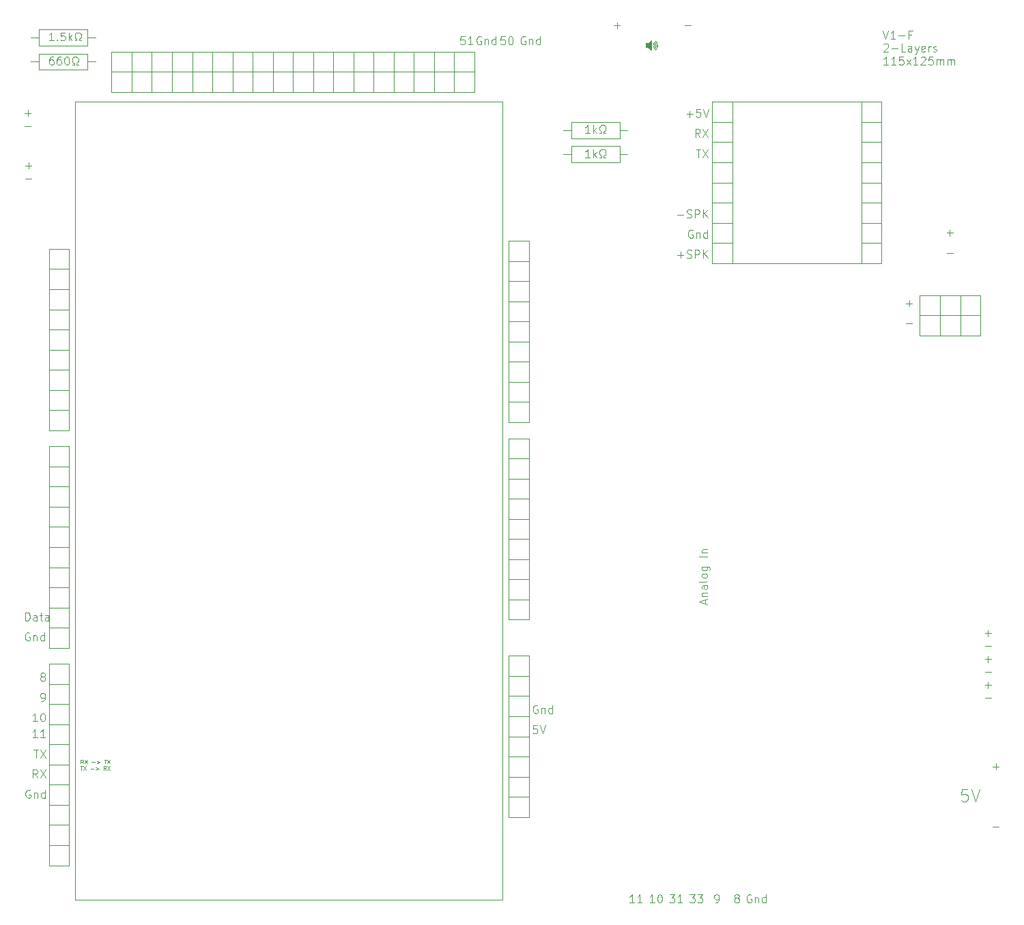
<source format=gbr>
%TF.GenerationSoftware,KiCad,Pcbnew,9.0.1*%
%TF.CreationDate,2025-06-05T21:30:58-04:00*%
%TF.ProjectId,TetrisBoard-FULL,54657472-6973-4426-9f61-72642d46554c,rev?*%
%TF.SameCoordinates,Original*%
%TF.FileFunction,Legend,Top*%
%TF.FilePolarity,Positive*%
%FSLAX46Y46*%
G04 Gerber Fmt 4.6, Leading zero omitted, Abs format (unit mm)*
G04 Created by KiCad (PCBNEW 9.0.1) date 2025-06-05 21:30:58*
%MOMM*%
%LPD*%
G01*
G04 APERTURE LIST*
%ADD10C,0.100000*%
%ADD11C,0.000000*%
G04 APERTURE END LIST*
D10*
X110750000Y-125750000D02*
X113250000Y-125750000D01*
X113250000Y-128250000D01*
X110750000Y-128250000D01*
X110750000Y-125750000D01*
X110750000Y-120750000D02*
X113250000Y-120750000D01*
X113250000Y-123250000D01*
X110750000Y-123250000D01*
X110750000Y-120750000D01*
X175500000Y-49500000D02*
X174500000Y-49500000D01*
X156000000Y-39750000D02*
X158500000Y-39750000D01*
X158500000Y-42250000D01*
X156000000Y-42250000D01*
X156000000Y-39750000D01*
X193000000Y-56000000D02*
X195500000Y-56000000D01*
X195500000Y-58500000D01*
X193000000Y-58500000D01*
X193000000Y-56000000D01*
X121000000Y-42250000D02*
X123500000Y-42250000D01*
X123500000Y-44750000D01*
X121000000Y-44750000D01*
X121000000Y-42250000D01*
X167750000Y-80750000D02*
X170250000Y-80750000D01*
X170250000Y-83250000D01*
X167750000Y-83250000D01*
X167750000Y-80750000D01*
X193000000Y-63500000D02*
X195500000Y-63500000D01*
X195500000Y-66000000D01*
X193000000Y-66000000D01*
X193000000Y-63500000D01*
X131000000Y-39750000D02*
X133500000Y-39750000D01*
X133500000Y-42250000D01*
X131000000Y-42250000D01*
X131000000Y-39750000D01*
X195500000Y-66000000D02*
X211500000Y-66000000D01*
X223750000Y-70000000D02*
X226250000Y-70000000D01*
X226250000Y-72500000D01*
X223750000Y-72500000D01*
X223750000Y-70000000D01*
X175500000Y-48500000D02*
X181500000Y-48500000D01*
X181500000Y-50500000D01*
X175500000Y-50500000D01*
X175500000Y-48500000D01*
X167750000Y-122250000D02*
X170250000Y-122250000D01*
X170250000Y-124750000D01*
X167750000Y-124750000D01*
X167750000Y-122250000D01*
X110750000Y-133250000D02*
X113250000Y-133250000D01*
X113250000Y-135750000D01*
X110750000Y-135750000D01*
X110750000Y-133250000D01*
X115500000Y-38000000D02*
X116500000Y-38000000D01*
X193000000Y-58500000D02*
X195500000Y-58500000D01*
X195500000Y-61000000D01*
X193000000Y-61000000D01*
X193000000Y-58500000D01*
X146000000Y-42250000D02*
X148500000Y-42250000D01*
X148500000Y-44750000D01*
X146000000Y-44750000D01*
X146000000Y-42250000D01*
X193000000Y-46000000D02*
X195500000Y-46000000D01*
X195500000Y-48500000D01*
X193000000Y-48500000D01*
X193000000Y-46000000D01*
X110750000Y-79250000D02*
X113250000Y-79250000D01*
X113250000Y-81750000D01*
X110750000Y-81750000D01*
X110750000Y-79250000D01*
X167750000Y-90250000D02*
X170250000Y-90250000D01*
X170250000Y-92750000D01*
X167750000Y-92750000D01*
X167750000Y-90250000D01*
X167750000Y-127250000D02*
X170250000Y-127250000D01*
X170250000Y-129750000D01*
X167750000Y-129750000D01*
X167750000Y-127250000D01*
X110750000Y-138250000D02*
X113250000Y-138250000D01*
X113250000Y-140750000D01*
X110750000Y-140750000D01*
X110750000Y-138250000D01*
X193000000Y-53500000D02*
X195500000Y-53500000D01*
X195500000Y-56000000D01*
X193000000Y-56000000D01*
X193000000Y-53500000D01*
X123500000Y-39750000D02*
X126000000Y-39750000D01*
X126000000Y-42250000D01*
X123500000Y-42250000D01*
X123500000Y-39750000D01*
X110750000Y-66750000D02*
X113250000Y-66750000D01*
X113250000Y-69250000D01*
X110750000Y-69250000D01*
X110750000Y-66750000D01*
X181500000Y-49500000D02*
X182500000Y-49500000D01*
X143500000Y-42250000D02*
X146000000Y-42250000D01*
X146000000Y-44750000D01*
X143500000Y-44750000D01*
X143500000Y-42250000D01*
X211500000Y-46000000D02*
X214000000Y-46000000D01*
X214000000Y-48500000D01*
X211500000Y-48500000D01*
X211500000Y-46000000D01*
X141000000Y-42250000D02*
X143500000Y-42250000D01*
X143500000Y-44750000D01*
X141000000Y-44750000D01*
X141000000Y-42250000D01*
X193000000Y-48500000D02*
X195500000Y-48500000D01*
X195500000Y-51000000D01*
X193000000Y-51000000D01*
X193000000Y-48500000D01*
X110750000Y-135750000D02*
X113250000Y-135750000D01*
X113250000Y-138250000D01*
X110750000Y-138250000D01*
X110750000Y-135750000D01*
X175500000Y-51500000D02*
X181500000Y-51500000D01*
X181500000Y-53500000D01*
X175500000Y-53500000D01*
X175500000Y-51500000D01*
X108500000Y-38000000D02*
X109500000Y-38000000D01*
X158500000Y-39750000D02*
X161000000Y-39750000D01*
X161000000Y-42250000D01*
X158500000Y-42250000D01*
X158500000Y-39750000D01*
X110750000Y-118250000D02*
X113250000Y-118250000D01*
X113250000Y-120750000D01*
X110750000Y-120750000D01*
X110750000Y-118250000D01*
X167750000Y-92750000D02*
X170250000Y-92750000D01*
X170250000Y-95250000D01*
X167750000Y-95250000D01*
X167750000Y-92750000D01*
X167750000Y-78250000D02*
X170250000Y-78250000D01*
X170250000Y-80750000D01*
X167750000Y-80750000D01*
X167750000Y-78250000D01*
X110750000Y-101250000D02*
X113250000Y-101250000D01*
X113250000Y-103750000D01*
X110750000Y-103750000D01*
X110750000Y-101250000D01*
X221250000Y-70000000D02*
X223750000Y-70000000D01*
X223750000Y-72500000D01*
X221250000Y-72500000D01*
X221250000Y-70000000D01*
X167750000Y-83250000D02*
X170250000Y-83250000D01*
X170250000Y-85750000D01*
X167750000Y-85750000D01*
X167750000Y-83250000D01*
X167750000Y-132250000D02*
X170250000Y-132250000D01*
X170250000Y-134750000D01*
X167750000Y-134750000D01*
X167750000Y-132250000D01*
X211500000Y-53500000D02*
X214000000Y-53500000D01*
X214000000Y-56000000D01*
X211500000Y-56000000D01*
X211500000Y-53500000D01*
X136000000Y-42250000D02*
X138500000Y-42250000D01*
X138500000Y-44750000D01*
X136000000Y-44750000D01*
X136000000Y-42250000D01*
X141000000Y-39750000D02*
X143500000Y-39750000D01*
X143500000Y-42250000D01*
X141000000Y-42250000D01*
X141000000Y-39750000D01*
X167750000Y-102750000D02*
X170250000Y-102750000D01*
X170250000Y-105250000D01*
X167750000Y-105250000D01*
X167750000Y-102750000D01*
X115500000Y-41000000D02*
X116500000Y-41000000D01*
X211500000Y-63500000D02*
X214000000Y-63500000D01*
X214000000Y-66000000D01*
X211500000Y-66000000D01*
X211500000Y-63500000D01*
X110750000Y-115750000D02*
X113250000Y-115750000D01*
X113250000Y-118250000D01*
X110750000Y-118250000D01*
X110750000Y-115750000D01*
X148500000Y-39750000D02*
X151000000Y-39750000D01*
X151000000Y-42250000D01*
X148500000Y-42250000D01*
X148500000Y-39750000D01*
X167750000Y-114750000D02*
X170250000Y-114750000D01*
X170250000Y-117250000D01*
X167750000Y-117250000D01*
X167750000Y-114750000D01*
X211500000Y-58500000D02*
X214000000Y-58500000D01*
X214000000Y-61000000D01*
X211500000Y-61000000D01*
X211500000Y-58500000D01*
X123500000Y-42250000D02*
X126000000Y-42250000D01*
X126000000Y-44750000D01*
X123500000Y-44750000D01*
X123500000Y-42250000D01*
X153500000Y-42250000D02*
X156000000Y-42250000D01*
X156000000Y-44750000D01*
X153500000Y-44750000D01*
X153500000Y-42250000D01*
X110750000Y-74250000D02*
X113250000Y-74250000D01*
X113250000Y-76750000D01*
X110750000Y-76750000D01*
X110750000Y-74250000D01*
X128500000Y-39750000D02*
X131000000Y-39750000D01*
X131000000Y-42250000D01*
X128500000Y-42250000D01*
X128500000Y-39750000D01*
X167750000Y-73250000D02*
X170250000Y-73250000D01*
X170250000Y-75750000D01*
X167750000Y-75750000D01*
X167750000Y-73250000D01*
X108500000Y-41000000D02*
X109500000Y-41000000D01*
X151000000Y-42250000D02*
X153500000Y-42250000D01*
X153500000Y-44750000D01*
X151000000Y-44750000D01*
X151000000Y-42250000D01*
X110750000Y-93750000D02*
X113250000Y-93750000D01*
X113250000Y-96250000D01*
X110750000Y-96250000D01*
X110750000Y-93750000D01*
X182500000Y-52500000D02*
X181500000Y-52500000D01*
X156000000Y-42250000D02*
X158500000Y-42250000D01*
X158500000Y-44750000D01*
X156000000Y-44750000D01*
X156000000Y-42250000D01*
X131000000Y-42250000D02*
X133500000Y-42250000D01*
X133500000Y-44750000D01*
X131000000Y-44750000D01*
X131000000Y-42250000D01*
X146000000Y-39750000D02*
X148500000Y-39750000D01*
X148500000Y-42250000D01*
X146000000Y-42250000D01*
X146000000Y-39750000D01*
X167750000Y-70750000D02*
X170250000Y-70750000D01*
X170250000Y-73250000D01*
X167750000Y-73250000D01*
X167750000Y-70750000D01*
X153500000Y-39750000D02*
X156000000Y-39750000D01*
X156000000Y-42250000D01*
X153500000Y-42250000D01*
X153500000Y-39750000D01*
X118500000Y-42250000D02*
X121000000Y-42250000D01*
X121000000Y-44750000D01*
X118500000Y-44750000D01*
X118500000Y-42250000D01*
X110750000Y-69250000D02*
X113250000Y-69250000D01*
X113250000Y-71750000D01*
X110750000Y-71750000D01*
X110750000Y-69250000D01*
X161000000Y-42250000D02*
X163500000Y-42250000D01*
X163500000Y-44750000D01*
X161000000Y-44750000D01*
X161000000Y-42250000D01*
X114000000Y-46000000D02*
X167000000Y-46000000D01*
X167000000Y-145000000D01*
X114000000Y-145000000D01*
X114000000Y-46000000D01*
X138500000Y-39750000D02*
X141000000Y-39750000D01*
X141000000Y-42250000D01*
X138500000Y-42250000D01*
X138500000Y-39750000D01*
X167750000Y-65750000D02*
X170250000Y-65750000D01*
X170250000Y-68250000D01*
X167750000Y-68250000D01*
X167750000Y-65750000D01*
X110750000Y-108750000D02*
X113250000Y-108750000D01*
X113250000Y-111250000D01*
X110750000Y-111250000D01*
X110750000Y-108750000D01*
X110750000Y-91250000D02*
X113250000Y-91250000D01*
X113250000Y-93750000D01*
X110750000Y-93750000D01*
X110750000Y-91250000D01*
X167750000Y-75750000D02*
X170250000Y-75750000D01*
X170250000Y-78250000D01*
X167750000Y-78250000D01*
X167750000Y-75750000D01*
X167750000Y-100250000D02*
X170250000Y-100250000D01*
X170250000Y-102750000D01*
X167750000Y-102750000D01*
X167750000Y-100250000D01*
X128500000Y-42250000D02*
X131000000Y-42250000D01*
X131000000Y-44750000D01*
X128500000Y-44750000D01*
X128500000Y-42250000D01*
X110750000Y-71750000D02*
X113250000Y-71750000D01*
X113250000Y-74250000D01*
X110750000Y-74250000D01*
X110750000Y-71750000D01*
X109500000Y-40000000D02*
X115500000Y-40000000D01*
X115500000Y-42000000D01*
X109500000Y-42000000D01*
X109500000Y-40000000D01*
X167750000Y-124750000D02*
X170250000Y-124750000D01*
X170250000Y-127250000D01*
X167750000Y-127250000D01*
X167750000Y-124750000D01*
X143500000Y-39750000D02*
X146000000Y-39750000D01*
X146000000Y-42250000D01*
X143500000Y-42250000D01*
X143500000Y-39750000D01*
X110750000Y-123250000D02*
X113250000Y-123250000D01*
X113250000Y-125750000D01*
X110750000Y-125750000D01*
X110750000Y-123250000D01*
X158500000Y-42250000D02*
X161000000Y-42250000D01*
X161000000Y-44750000D01*
X158500000Y-44750000D01*
X158500000Y-42250000D01*
X110750000Y-98750000D02*
X113250000Y-98750000D01*
X113250000Y-101250000D01*
X110750000Y-101250000D01*
X110750000Y-98750000D01*
X167750000Y-117250000D02*
X170250000Y-117250000D01*
X170250000Y-119750000D01*
X167750000Y-119750000D01*
X167750000Y-117250000D01*
X175500000Y-52500000D02*
X174500000Y-52500000D01*
X133500000Y-39750000D02*
X136000000Y-39750000D01*
X136000000Y-42250000D01*
X133500000Y-42250000D01*
X133500000Y-39750000D01*
X109500000Y-37000000D02*
X115500000Y-37000000D01*
X115500000Y-39000000D01*
X109500000Y-39000000D01*
X109500000Y-37000000D01*
X211500000Y-61000000D02*
X214000000Y-61000000D01*
X214000000Y-63500000D01*
X211500000Y-63500000D01*
X211500000Y-61000000D01*
X167750000Y-97750000D02*
X170250000Y-97750000D01*
X170250000Y-100250000D01*
X167750000Y-100250000D01*
X167750000Y-97750000D01*
X126000000Y-39750000D02*
X128500000Y-39750000D01*
X128500000Y-42250000D01*
X126000000Y-42250000D01*
X126000000Y-39750000D01*
X110750000Y-64250000D02*
X113250000Y-64250000D01*
X113250000Y-66750000D01*
X110750000Y-66750000D01*
X110750000Y-64250000D01*
X193000000Y-61000000D02*
X195500000Y-61000000D01*
X195500000Y-63500000D01*
X193000000Y-63500000D01*
X193000000Y-61000000D01*
X218750000Y-72500000D02*
X221250000Y-72500000D01*
X221250000Y-75000000D01*
X218750000Y-75000000D01*
X218750000Y-72500000D01*
X167750000Y-95250000D02*
X170250000Y-95250000D01*
X170250000Y-97750000D01*
X167750000Y-97750000D01*
X167750000Y-95250000D01*
X167750000Y-129750000D02*
X170250000Y-129750000D01*
X170250000Y-132250000D01*
X167750000Y-132250000D01*
X167750000Y-129750000D01*
X167750000Y-87750000D02*
X170250000Y-87750000D01*
X170250000Y-90250000D01*
X167750000Y-90250000D01*
X167750000Y-87750000D01*
X221250000Y-72500000D02*
X223750000Y-72500000D01*
X223750000Y-75000000D01*
X221250000Y-75000000D01*
X221250000Y-72500000D01*
X211500000Y-51000000D02*
X214000000Y-51000000D01*
X214000000Y-53500000D01*
X211500000Y-53500000D01*
X211500000Y-51000000D01*
X218750000Y-70000000D02*
X221250000Y-70000000D01*
X221250000Y-72500000D01*
X218750000Y-72500000D01*
X218750000Y-70000000D01*
X110750000Y-88750000D02*
X113250000Y-88750000D01*
X113250000Y-91250000D01*
X110750000Y-91250000D01*
X110750000Y-88750000D01*
X110750000Y-103750000D02*
X113250000Y-103750000D01*
X113250000Y-106250000D01*
X110750000Y-106250000D01*
X110750000Y-103750000D01*
X136000000Y-39750000D02*
X138500000Y-39750000D01*
X138500000Y-42250000D01*
X136000000Y-42250000D01*
X136000000Y-39750000D01*
X110750000Y-128250000D02*
X113250000Y-128250000D01*
X113250000Y-130750000D01*
X110750000Y-130750000D01*
X110750000Y-128250000D01*
X211500000Y-48500000D02*
X214000000Y-48500000D01*
X214000000Y-51000000D01*
X211500000Y-51000000D01*
X211500000Y-48500000D01*
X121000000Y-39750000D02*
X123500000Y-39750000D01*
X123500000Y-42250000D01*
X121000000Y-42250000D01*
X121000000Y-39750000D01*
X118500000Y-39750000D02*
X121000000Y-39750000D01*
X121000000Y-42250000D01*
X118500000Y-42250000D01*
X118500000Y-39750000D01*
X110750000Y-84250000D02*
X113250000Y-84250000D01*
X113250000Y-86750000D01*
X110750000Y-86750000D01*
X110750000Y-84250000D01*
X167750000Y-107750000D02*
X170250000Y-107750000D01*
X170250000Y-110250000D01*
X167750000Y-110250000D01*
X167750000Y-107750000D01*
X223750000Y-72500000D02*
X226250000Y-72500000D01*
X226250000Y-75000000D01*
X223750000Y-75000000D01*
X223750000Y-72500000D01*
X167750000Y-119750000D02*
X170250000Y-119750000D01*
X170250000Y-122250000D01*
X167750000Y-122250000D01*
X167750000Y-119750000D01*
X193000000Y-51000000D02*
X195500000Y-51000000D01*
X195500000Y-53500000D01*
X193000000Y-53500000D01*
X193000000Y-51000000D01*
X133500000Y-42250000D02*
X136000000Y-42250000D01*
X136000000Y-44750000D01*
X133500000Y-44750000D01*
X133500000Y-42250000D01*
X138500000Y-42250000D02*
X141000000Y-42250000D01*
X141000000Y-44750000D01*
X138500000Y-44750000D01*
X138500000Y-42250000D01*
X151000000Y-39750000D02*
X153500000Y-39750000D01*
X153500000Y-42250000D01*
X151000000Y-42250000D01*
X151000000Y-39750000D01*
X110750000Y-106250000D02*
X113250000Y-106250000D01*
X113250000Y-108750000D01*
X110750000Y-108750000D01*
X110750000Y-106250000D01*
X161000000Y-39750000D02*
X163500000Y-39750000D01*
X163500000Y-42250000D01*
X161000000Y-42250000D01*
X161000000Y-39750000D01*
X167750000Y-105250000D02*
X170250000Y-105250000D01*
X170250000Y-107750000D01*
X167750000Y-107750000D01*
X167750000Y-105250000D01*
X110750000Y-96250000D02*
X113250000Y-96250000D01*
X113250000Y-98750000D01*
X110750000Y-98750000D01*
X110750000Y-96250000D01*
X211500000Y-56000000D02*
X214000000Y-56000000D01*
X214000000Y-58500000D01*
X211500000Y-58500000D01*
X211500000Y-56000000D01*
X167750000Y-63250000D02*
X170250000Y-63250000D01*
X170250000Y-65750000D01*
X167750000Y-65750000D01*
X167750000Y-63250000D01*
X110750000Y-76750000D02*
X113250000Y-76750000D01*
X113250000Y-79250000D01*
X110750000Y-79250000D01*
X110750000Y-76750000D01*
X148500000Y-42250000D02*
X151000000Y-42250000D01*
X151000000Y-44750000D01*
X148500000Y-44750000D01*
X148500000Y-42250000D01*
X110750000Y-111250000D02*
X113250000Y-111250000D01*
X113250000Y-113750000D01*
X110750000Y-113750000D01*
X110750000Y-111250000D01*
X110750000Y-130750000D02*
X113250000Y-130750000D01*
X113250000Y-133250000D01*
X110750000Y-133250000D01*
X110750000Y-130750000D01*
X110750000Y-81750000D02*
X113250000Y-81750000D01*
X113250000Y-84250000D01*
X110750000Y-84250000D01*
X110750000Y-81750000D01*
X167750000Y-68250000D02*
X170250000Y-68250000D01*
X170250000Y-70750000D01*
X167750000Y-70750000D01*
X167750000Y-68250000D01*
X195500000Y-46000000D02*
X211500000Y-46000000D01*
X126000000Y-42250000D02*
X128500000Y-42250000D01*
X128500000Y-44750000D01*
X126000000Y-44750000D01*
X126000000Y-42250000D01*
X185827693Y-145372419D02*
X185256265Y-145372419D01*
X185541979Y-145372419D02*
X185541979Y-144372419D01*
X185541979Y-144372419D02*
X185446741Y-144515276D01*
X185446741Y-144515276D02*
X185351503Y-144610514D01*
X185351503Y-144610514D02*
X185256265Y-144658133D01*
X186446741Y-144372419D02*
X186541979Y-144372419D01*
X186541979Y-144372419D02*
X186637217Y-144420038D01*
X186637217Y-144420038D02*
X186684836Y-144467657D01*
X186684836Y-144467657D02*
X186732455Y-144562895D01*
X186732455Y-144562895D02*
X186780074Y-144753371D01*
X186780074Y-144753371D02*
X186780074Y-144991466D01*
X186780074Y-144991466D02*
X186732455Y-145181942D01*
X186732455Y-145181942D02*
X186684836Y-145277180D01*
X186684836Y-145277180D02*
X186637217Y-145324800D01*
X186637217Y-145324800D02*
X186541979Y-145372419D01*
X186541979Y-145372419D02*
X186446741Y-145372419D01*
X186446741Y-145372419D02*
X186351503Y-145324800D01*
X186351503Y-145324800D02*
X186303884Y-145277180D01*
X186303884Y-145277180D02*
X186256265Y-145181942D01*
X186256265Y-145181942D02*
X186208646Y-144991466D01*
X186208646Y-144991466D02*
X186208646Y-144753371D01*
X186208646Y-144753371D02*
X186256265Y-144562895D01*
X186256265Y-144562895D02*
X186303884Y-144467657D01*
X186303884Y-144467657D02*
X186351503Y-144420038D01*
X186351503Y-144420038D02*
X186446741Y-144372419D01*
X222053884Y-62241466D02*
X222815789Y-62241466D01*
X222434836Y-62622419D02*
X222434836Y-61860514D01*
X167280074Y-37872419D02*
X166803884Y-37872419D01*
X166803884Y-37872419D02*
X166756265Y-38348609D01*
X166756265Y-38348609D02*
X166803884Y-38300990D01*
X166803884Y-38300990D02*
X166899122Y-38253371D01*
X166899122Y-38253371D02*
X167137217Y-38253371D01*
X167137217Y-38253371D02*
X167232455Y-38300990D01*
X167232455Y-38300990D02*
X167280074Y-38348609D01*
X167280074Y-38348609D02*
X167327693Y-38443847D01*
X167327693Y-38443847D02*
X167327693Y-38681942D01*
X167327693Y-38681942D02*
X167280074Y-38777180D01*
X167280074Y-38777180D02*
X167232455Y-38824800D01*
X167232455Y-38824800D02*
X167137217Y-38872419D01*
X167137217Y-38872419D02*
X166899122Y-38872419D01*
X166899122Y-38872419D02*
X166803884Y-38824800D01*
X166803884Y-38824800D02*
X166756265Y-38777180D01*
X167946741Y-37872419D02*
X168041979Y-37872419D01*
X168041979Y-37872419D02*
X168137217Y-37920038D01*
X168137217Y-37920038D02*
X168184836Y-37967657D01*
X168184836Y-37967657D02*
X168232455Y-38062895D01*
X168232455Y-38062895D02*
X168280074Y-38253371D01*
X168280074Y-38253371D02*
X168280074Y-38491466D01*
X168280074Y-38491466D02*
X168232455Y-38681942D01*
X168232455Y-38681942D02*
X168184836Y-38777180D01*
X168184836Y-38777180D02*
X168137217Y-38824800D01*
X168137217Y-38824800D02*
X168041979Y-38872419D01*
X168041979Y-38872419D02*
X167946741Y-38872419D01*
X167946741Y-38872419D02*
X167851503Y-38824800D01*
X167851503Y-38824800D02*
X167803884Y-38777180D01*
X167803884Y-38777180D02*
X167756265Y-38681942D01*
X167756265Y-38681942D02*
X167708646Y-38491466D01*
X167708646Y-38491466D02*
X167708646Y-38253371D01*
X167708646Y-38253371D02*
X167756265Y-38062895D01*
X167756265Y-38062895D02*
X167803884Y-37967657D01*
X167803884Y-37967657D02*
X167851503Y-37920038D01*
X167851503Y-37920038D02*
X167946741Y-37872419D01*
X214161027Y-37152531D02*
X214494360Y-38152531D01*
X214494360Y-38152531D02*
X214827693Y-37152531D01*
X215684836Y-38152531D02*
X215113408Y-38152531D01*
X215399122Y-38152531D02*
X215399122Y-37152531D01*
X215399122Y-37152531D02*
X215303884Y-37295388D01*
X215303884Y-37295388D02*
X215208646Y-37390626D01*
X215208646Y-37390626D02*
X215113408Y-37438245D01*
X216113408Y-37771578D02*
X216875313Y-37771578D01*
X217684836Y-37628721D02*
X217351503Y-37628721D01*
X217351503Y-38152531D02*
X217351503Y-37152531D01*
X217351503Y-37152531D02*
X217827693Y-37152531D01*
X214256265Y-38857713D02*
X214303884Y-38810094D01*
X214303884Y-38810094D02*
X214399122Y-38762475D01*
X214399122Y-38762475D02*
X214637217Y-38762475D01*
X214637217Y-38762475D02*
X214732455Y-38810094D01*
X214732455Y-38810094D02*
X214780074Y-38857713D01*
X214780074Y-38857713D02*
X214827693Y-38952951D01*
X214827693Y-38952951D02*
X214827693Y-39048189D01*
X214827693Y-39048189D02*
X214780074Y-39191046D01*
X214780074Y-39191046D02*
X214208646Y-39762475D01*
X214208646Y-39762475D02*
X214827693Y-39762475D01*
X215256265Y-39381522D02*
X216018170Y-39381522D01*
X216970550Y-39762475D02*
X216494360Y-39762475D01*
X216494360Y-39762475D02*
X216494360Y-38762475D01*
X217732455Y-39762475D02*
X217732455Y-39238665D01*
X217732455Y-39238665D02*
X217684836Y-39143427D01*
X217684836Y-39143427D02*
X217589598Y-39095808D01*
X217589598Y-39095808D02*
X217399122Y-39095808D01*
X217399122Y-39095808D02*
X217303884Y-39143427D01*
X217732455Y-39714856D02*
X217637217Y-39762475D01*
X217637217Y-39762475D02*
X217399122Y-39762475D01*
X217399122Y-39762475D02*
X217303884Y-39714856D01*
X217303884Y-39714856D02*
X217256265Y-39619617D01*
X217256265Y-39619617D02*
X217256265Y-39524379D01*
X217256265Y-39524379D02*
X217303884Y-39429141D01*
X217303884Y-39429141D02*
X217399122Y-39381522D01*
X217399122Y-39381522D02*
X217637217Y-39381522D01*
X217637217Y-39381522D02*
X217732455Y-39333903D01*
X218113408Y-39095808D02*
X218351503Y-39762475D01*
X218589598Y-39095808D02*
X218351503Y-39762475D01*
X218351503Y-39762475D02*
X218256265Y-40000570D01*
X218256265Y-40000570D02*
X218208646Y-40048189D01*
X218208646Y-40048189D02*
X218113408Y-40095808D01*
X219351503Y-39714856D02*
X219256265Y-39762475D01*
X219256265Y-39762475D02*
X219065789Y-39762475D01*
X219065789Y-39762475D02*
X218970551Y-39714856D01*
X218970551Y-39714856D02*
X218922932Y-39619617D01*
X218922932Y-39619617D02*
X218922932Y-39238665D01*
X218922932Y-39238665D02*
X218970551Y-39143427D01*
X218970551Y-39143427D02*
X219065789Y-39095808D01*
X219065789Y-39095808D02*
X219256265Y-39095808D01*
X219256265Y-39095808D02*
X219351503Y-39143427D01*
X219351503Y-39143427D02*
X219399122Y-39238665D01*
X219399122Y-39238665D02*
X219399122Y-39333903D01*
X219399122Y-39333903D02*
X218922932Y-39429141D01*
X219827694Y-39762475D02*
X219827694Y-39095808D01*
X219827694Y-39286284D02*
X219875313Y-39191046D01*
X219875313Y-39191046D02*
X219922932Y-39143427D01*
X219922932Y-39143427D02*
X220018170Y-39095808D01*
X220018170Y-39095808D02*
X220113408Y-39095808D01*
X220399123Y-39714856D02*
X220494361Y-39762475D01*
X220494361Y-39762475D02*
X220684837Y-39762475D01*
X220684837Y-39762475D02*
X220780075Y-39714856D01*
X220780075Y-39714856D02*
X220827694Y-39619617D01*
X220827694Y-39619617D02*
X220827694Y-39571998D01*
X220827694Y-39571998D02*
X220780075Y-39476760D01*
X220780075Y-39476760D02*
X220684837Y-39429141D01*
X220684837Y-39429141D02*
X220541980Y-39429141D01*
X220541980Y-39429141D02*
X220446742Y-39381522D01*
X220446742Y-39381522D02*
X220399123Y-39286284D01*
X220399123Y-39286284D02*
X220399123Y-39238665D01*
X220399123Y-39238665D02*
X220446742Y-39143427D01*
X220446742Y-39143427D02*
X220541980Y-39095808D01*
X220541980Y-39095808D02*
X220684837Y-39095808D01*
X220684837Y-39095808D02*
X220780075Y-39143427D01*
X214827693Y-41372419D02*
X214256265Y-41372419D01*
X214541979Y-41372419D02*
X214541979Y-40372419D01*
X214541979Y-40372419D02*
X214446741Y-40515276D01*
X214446741Y-40515276D02*
X214351503Y-40610514D01*
X214351503Y-40610514D02*
X214256265Y-40658133D01*
X215780074Y-41372419D02*
X215208646Y-41372419D01*
X215494360Y-41372419D02*
X215494360Y-40372419D01*
X215494360Y-40372419D02*
X215399122Y-40515276D01*
X215399122Y-40515276D02*
X215303884Y-40610514D01*
X215303884Y-40610514D02*
X215208646Y-40658133D01*
X216684836Y-40372419D02*
X216208646Y-40372419D01*
X216208646Y-40372419D02*
X216161027Y-40848609D01*
X216161027Y-40848609D02*
X216208646Y-40800990D01*
X216208646Y-40800990D02*
X216303884Y-40753371D01*
X216303884Y-40753371D02*
X216541979Y-40753371D01*
X216541979Y-40753371D02*
X216637217Y-40800990D01*
X216637217Y-40800990D02*
X216684836Y-40848609D01*
X216684836Y-40848609D02*
X216732455Y-40943847D01*
X216732455Y-40943847D02*
X216732455Y-41181942D01*
X216732455Y-41181942D02*
X216684836Y-41277180D01*
X216684836Y-41277180D02*
X216637217Y-41324800D01*
X216637217Y-41324800D02*
X216541979Y-41372419D01*
X216541979Y-41372419D02*
X216303884Y-41372419D01*
X216303884Y-41372419D02*
X216208646Y-41324800D01*
X216208646Y-41324800D02*
X216161027Y-41277180D01*
X217065789Y-41372419D02*
X217589598Y-40705752D01*
X217065789Y-40705752D02*
X217589598Y-41372419D01*
X218494360Y-41372419D02*
X217922932Y-41372419D01*
X218208646Y-41372419D02*
X218208646Y-40372419D01*
X218208646Y-40372419D02*
X218113408Y-40515276D01*
X218113408Y-40515276D02*
X218018170Y-40610514D01*
X218018170Y-40610514D02*
X217922932Y-40658133D01*
X218875313Y-40467657D02*
X218922932Y-40420038D01*
X218922932Y-40420038D02*
X219018170Y-40372419D01*
X219018170Y-40372419D02*
X219256265Y-40372419D01*
X219256265Y-40372419D02*
X219351503Y-40420038D01*
X219351503Y-40420038D02*
X219399122Y-40467657D01*
X219399122Y-40467657D02*
X219446741Y-40562895D01*
X219446741Y-40562895D02*
X219446741Y-40658133D01*
X219446741Y-40658133D02*
X219399122Y-40800990D01*
X219399122Y-40800990D02*
X218827694Y-41372419D01*
X218827694Y-41372419D02*
X219446741Y-41372419D01*
X220351503Y-40372419D02*
X219875313Y-40372419D01*
X219875313Y-40372419D02*
X219827694Y-40848609D01*
X219827694Y-40848609D02*
X219875313Y-40800990D01*
X219875313Y-40800990D02*
X219970551Y-40753371D01*
X219970551Y-40753371D02*
X220208646Y-40753371D01*
X220208646Y-40753371D02*
X220303884Y-40800990D01*
X220303884Y-40800990D02*
X220351503Y-40848609D01*
X220351503Y-40848609D02*
X220399122Y-40943847D01*
X220399122Y-40943847D02*
X220399122Y-41181942D01*
X220399122Y-41181942D02*
X220351503Y-41277180D01*
X220351503Y-41277180D02*
X220303884Y-41324800D01*
X220303884Y-41324800D02*
X220208646Y-41372419D01*
X220208646Y-41372419D02*
X219970551Y-41372419D01*
X219970551Y-41372419D02*
X219875313Y-41324800D01*
X219875313Y-41324800D02*
X219827694Y-41277180D01*
X220827694Y-41372419D02*
X220827694Y-40705752D01*
X220827694Y-40800990D02*
X220875313Y-40753371D01*
X220875313Y-40753371D02*
X220970551Y-40705752D01*
X220970551Y-40705752D02*
X221113408Y-40705752D01*
X221113408Y-40705752D02*
X221208646Y-40753371D01*
X221208646Y-40753371D02*
X221256265Y-40848609D01*
X221256265Y-40848609D02*
X221256265Y-41372419D01*
X221256265Y-40848609D02*
X221303884Y-40753371D01*
X221303884Y-40753371D02*
X221399122Y-40705752D01*
X221399122Y-40705752D02*
X221541979Y-40705752D01*
X221541979Y-40705752D02*
X221637218Y-40753371D01*
X221637218Y-40753371D02*
X221684837Y-40848609D01*
X221684837Y-40848609D02*
X221684837Y-41372419D01*
X222161027Y-41372419D02*
X222161027Y-40705752D01*
X222161027Y-40800990D02*
X222208646Y-40753371D01*
X222208646Y-40753371D02*
X222303884Y-40705752D01*
X222303884Y-40705752D02*
X222446741Y-40705752D01*
X222446741Y-40705752D02*
X222541979Y-40753371D01*
X222541979Y-40753371D02*
X222589598Y-40848609D01*
X222589598Y-40848609D02*
X222589598Y-41372419D01*
X222589598Y-40848609D02*
X222637217Y-40753371D01*
X222637217Y-40753371D02*
X222732455Y-40705752D01*
X222732455Y-40705752D02*
X222875312Y-40705752D01*
X222875312Y-40705752D02*
X222970551Y-40753371D01*
X222970551Y-40753371D02*
X223018170Y-40848609D01*
X223018170Y-40848609D02*
X223018170Y-41372419D01*
X188661027Y-64991466D02*
X189422932Y-64991466D01*
X189041979Y-65372419D02*
X189041979Y-64610514D01*
X189851503Y-65324800D02*
X189994360Y-65372419D01*
X189994360Y-65372419D02*
X190232455Y-65372419D01*
X190232455Y-65372419D02*
X190327693Y-65324800D01*
X190327693Y-65324800D02*
X190375312Y-65277180D01*
X190375312Y-65277180D02*
X190422931Y-65181942D01*
X190422931Y-65181942D02*
X190422931Y-65086704D01*
X190422931Y-65086704D02*
X190375312Y-64991466D01*
X190375312Y-64991466D02*
X190327693Y-64943847D01*
X190327693Y-64943847D02*
X190232455Y-64896228D01*
X190232455Y-64896228D02*
X190041979Y-64848609D01*
X190041979Y-64848609D02*
X189946741Y-64800990D01*
X189946741Y-64800990D02*
X189899122Y-64753371D01*
X189899122Y-64753371D02*
X189851503Y-64658133D01*
X189851503Y-64658133D02*
X189851503Y-64562895D01*
X189851503Y-64562895D02*
X189899122Y-64467657D01*
X189899122Y-64467657D02*
X189946741Y-64420038D01*
X189946741Y-64420038D02*
X190041979Y-64372419D01*
X190041979Y-64372419D02*
X190280074Y-64372419D01*
X190280074Y-64372419D02*
X190422931Y-64420038D01*
X190851503Y-65372419D02*
X190851503Y-64372419D01*
X190851503Y-64372419D02*
X191232455Y-64372419D01*
X191232455Y-64372419D02*
X191327693Y-64420038D01*
X191327693Y-64420038D02*
X191375312Y-64467657D01*
X191375312Y-64467657D02*
X191422931Y-64562895D01*
X191422931Y-64562895D02*
X191422931Y-64705752D01*
X191422931Y-64705752D02*
X191375312Y-64800990D01*
X191375312Y-64800990D02*
X191327693Y-64848609D01*
X191327693Y-64848609D02*
X191232455Y-64896228D01*
X191232455Y-64896228D02*
X190851503Y-64896228D01*
X191851503Y-65372419D02*
X191851503Y-64372419D01*
X192422931Y-65372419D02*
X191994360Y-64800990D01*
X192422931Y-64372419D02*
X191851503Y-64943847D01*
X171280074Y-123372419D02*
X170803884Y-123372419D01*
X170803884Y-123372419D02*
X170756265Y-123848609D01*
X170756265Y-123848609D02*
X170803884Y-123800990D01*
X170803884Y-123800990D02*
X170899122Y-123753371D01*
X170899122Y-123753371D02*
X171137217Y-123753371D01*
X171137217Y-123753371D02*
X171232455Y-123800990D01*
X171232455Y-123800990D02*
X171280074Y-123848609D01*
X171280074Y-123848609D02*
X171327693Y-123943847D01*
X171327693Y-123943847D02*
X171327693Y-124181942D01*
X171327693Y-124181942D02*
X171280074Y-124277180D01*
X171280074Y-124277180D02*
X171232455Y-124324800D01*
X171232455Y-124324800D02*
X171137217Y-124372419D01*
X171137217Y-124372419D02*
X170899122Y-124372419D01*
X170899122Y-124372419D02*
X170803884Y-124324800D01*
X170803884Y-124324800D02*
X170756265Y-124277180D01*
X171613408Y-123372419D02*
X171946741Y-124372419D01*
X171946741Y-124372419D02*
X172280074Y-123372419D01*
X109303884Y-124872419D02*
X108732456Y-124872419D01*
X109018170Y-124872419D02*
X109018170Y-123872419D01*
X109018170Y-123872419D02*
X108922932Y-124015276D01*
X108922932Y-124015276D02*
X108827694Y-124110514D01*
X108827694Y-124110514D02*
X108732456Y-124158133D01*
X110256265Y-124872419D02*
X109684837Y-124872419D01*
X109970551Y-124872419D02*
X109970551Y-123872419D01*
X109970551Y-123872419D02*
X109875313Y-124015276D01*
X109875313Y-124015276D02*
X109780075Y-124110514D01*
X109780075Y-124110514D02*
X109684837Y-124158133D01*
X193351503Y-145372419D02*
X193541979Y-145372419D01*
X193541979Y-145372419D02*
X193637217Y-145324800D01*
X193637217Y-145324800D02*
X193684836Y-145277180D01*
X193684836Y-145277180D02*
X193780074Y-145134323D01*
X193780074Y-145134323D02*
X193827693Y-144943847D01*
X193827693Y-144943847D02*
X193827693Y-144562895D01*
X193827693Y-144562895D02*
X193780074Y-144467657D01*
X193780074Y-144467657D02*
X193732455Y-144420038D01*
X193732455Y-144420038D02*
X193637217Y-144372419D01*
X193637217Y-144372419D02*
X193446741Y-144372419D01*
X193446741Y-144372419D02*
X193351503Y-144420038D01*
X193351503Y-144420038D02*
X193303884Y-144467657D01*
X193303884Y-144467657D02*
X193256265Y-144562895D01*
X193256265Y-144562895D02*
X193256265Y-144800990D01*
X193256265Y-144800990D02*
X193303884Y-144896228D01*
X193303884Y-144896228D02*
X193351503Y-144943847D01*
X193351503Y-144943847D02*
X193446741Y-144991466D01*
X193446741Y-144991466D02*
X193637217Y-144991466D01*
X193637217Y-144991466D02*
X193732455Y-144943847D01*
X193732455Y-144943847D02*
X193780074Y-144896228D01*
X193780074Y-144896228D02*
X193827693Y-144800990D01*
X111327693Y-38372419D02*
X110756265Y-38372419D01*
X111041979Y-38372419D02*
X111041979Y-37372419D01*
X111041979Y-37372419D02*
X110946741Y-37515276D01*
X110946741Y-37515276D02*
X110851503Y-37610514D01*
X110851503Y-37610514D02*
X110756265Y-37658133D01*
X111756265Y-38277180D02*
X111803884Y-38324800D01*
X111803884Y-38324800D02*
X111756265Y-38372419D01*
X111756265Y-38372419D02*
X111708646Y-38324800D01*
X111708646Y-38324800D02*
X111756265Y-38277180D01*
X111756265Y-38277180D02*
X111756265Y-38372419D01*
X112708645Y-37372419D02*
X112232455Y-37372419D01*
X112232455Y-37372419D02*
X112184836Y-37848609D01*
X112184836Y-37848609D02*
X112232455Y-37800990D01*
X112232455Y-37800990D02*
X112327693Y-37753371D01*
X112327693Y-37753371D02*
X112565788Y-37753371D01*
X112565788Y-37753371D02*
X112661026Y-37800990D01*
X112661026Y-37800990D02*
X112708645Y-37848609D01*
X112708645Y-37848609D02*
X112756264Y-37943847D01*
X112756264Y-37943847D02*
X112756264Y-38181942D01*
X112756264Y-38181942D02*
X112708645Y-38277180D01*
X112708645Y-38277180D02*
X112661026Y-38324800D01*
X112661026Y-38324800D02*
X112565788Y-38372419D01*
X112565788Y-38372419D02*
X112327693Y-38372419D01*
X112327693Y-38372419D02*
X112232455Y-38324800D01*
X112232455Y-38324800D02*
X112184836Y-38277180D01*
X113184836Y-38372419D02*
X113184836Y-37372419D01*
X113280074Y-37991466D02*
X113565788Y-38372419D01*
X113565788Y-37705752D02*
X113184836Y-38086704D01*
X113946741Y-38372419D02*
X114184836Y-38372419D01*
X114184836Y-38372419D02*
X114184836Y-38181942D01*
X114184836Y-38181942D02*
X114089598Y-38134323D01*
X114089598Y-38134323D02*
X113994360Y-38039085D01*
X113994360Y-38039085D02*
X113946741Y-37896228D01*
X113946741Y-37896228D02*
X113946741Y-37658133D01*
X113946741Y-37658133D02*
X113994360Y-37515276D01*
X113994360Y-37515276D02*
X114089598Y-37420038D01*
X114089598Y-37420038D02*
X114232455Y-37372419D01*
X114232455Y-37372419D02*
X114422931Y-37372419D01*
X114422931Y-37372419D02*
X114565788Y-37420038D01*
X114565788Y-37420038D02*
X114661026Y-37515276D01*
X114661026Y-37515276D02*
X114708645Y-37658133D01*
X114708645Y-37658133D02*
X114708645Y-37896228D01*
X114708645Y-37896228D02*
X114661026Y-38039085D01*
X114661026Y-38039085D02*
X114565788Y-38134323D01*
X114565788Y-38134323D02*
X114470550Y-38181942D01*
X114470550Y-38181942D02*
X114470550Y-38372419D01*
X114470550Y-38372419D02*
X114708645Y-38372419D01*
X227803884Y-128491466D02*
X228565789Y-128491466D01*
X228184836Y-128872419D02*
X228184836Y-128110514D01*
X177827693Y-52872419D02*
X177256265Y-52872419D01*
X177541979Y-52872419D02*
X177541979Y-51872419D01*
X177541979Y-51872419D02*
X177446741Y-52015276D01*
X177446741Y-52015276D02*
X177351503Y-52110514D01*
X177351503Y-52110514D02*
X177256265Y-52158133D01*
X178256265Y-52872419D02*
X178256265Y-51872419D01*
X178351503Y-52491466D02*
X178637217Y-52872419D01*
X178637217Y-52205752D02*
X178256265Y-52586704D01*
X179018170Y-52872419D02*
X179256265Y-52872419D01*
X179256265Y-52872419D02*
X179256265Y-52681942D01*
X179256265Y-52681942D02*
X179161027Y-52634323D01*
X179161027Y-52634323D02*
X179065789Y-52539085D01*
X179065789Y-52539085D02*
X179018170Y-52396228D01*
X179018170Y-52396228D02*
X179018170Y-52158133D01*
X179018170Y-52158133D02*
X179065789Y-52015276D01*
X179065789Y-52015276D02*
X179161027Y-51920038D01*
X179161027Y-51920038D02*
X179303884Y-51872419D01*
X179303884Y-51872419D02*
X179494360Y-51872419D01*
X179494360Y-51872419D02*
X179637217Y-51920038D01*
X179637217Y-51920038D02*
X179732455Y-52015276D01*
X179732455Y-52015276D02*
X179780074Y-52158133D01*
X179780074Y-52158133D02*
X179780074Y-52396228D01*
X179780074Y-52396228D02*
X179732455Y-52539085D01*
X179732455Y-52539085D02*
X179637217Y-52634323D01*
X179637217Y-52634323D02*
X179541979Y-52681942D01*
X179541979Y-52681942D02*
X179541979Y-52872419D01*
X179541979Y-52872419D02*
X179780074Y-52872419D01*
X190208646Y-144372419D02*
X190827693Y-144372419D01*
X190827693Y-144372419D02*
X190494360Y-144753371D01*
X190494360Y-144753371D02*
X190637217Y-144753371D01*
X190637217Y-144753371D02*
X190732455Y-144800990D01*
X190732455Y-144800990D02*
X190780074Y-144848609D01*
X190780074Y-144848609D02*
X190827693Y-144943847D01*
X190827693Y-144943847D02*
X190827693Y-145181942D01*
X190827693Y-145181942D02*
X190780074Y-145277180D01*
X190780074Y-145277180D02*
X190732455Y-145324800D01*
X190732455Y-145324800D02*
X190637217Y-145372419D01*
X190637217Y-145372419D02*
X190351503Y-145372419D01*
X190351503Y-145372419D02*
X190256265Y-145324800D01*
X190256265Y-145324800D02*
X190208646Y-145277180D01*
X191161027Y-144372419D02*
X191780074Y-144372419D01*
X191780074Y-144372419D02*
X191446741Y-144753371D01*
X191446741Y-144753371D02*
X191589598Y-144753371D01*
X191589598Y-144753371D02*
X191684836Y-144800990D01*
X191684836Y-144800990D02*
X191732455Y-144848609D01*
X191732455Y-144848609D02*
X191780074Y-144943847D01*
X191780074Y-144943847D02*
X191780074Y-145181942D01*
X191780074Y-145181942D02*
X191732455Y-145277180D01*
X191732455Y-145277180D02*
X191684836Y-145324800D01*
X191684836Y-145324800D02*
X191589598Y-145372419D01*
X191589598Y-145372419D02*
X191303884Y-145372419D01*
X191303884Y-145372419D02*
X191208646Y-145324800D01*
X191208646Y-145324800D02*
X191161027Y-145277180D01*
X107803884Y-53881522D02*
X108565789Y-53881522D01*
X108184836Y-54262475D02*
X108184836Y-53500570D01*
X107803884Y-55491466D02*
X108565789Y-55491466D01*
X183327693Y-145372419D02*
X182756265Y-145372419D01*
X183041979Y-145372419D02*
X183041979Y-144372419D01*
X183041979Y-144372419D02*
X182946741Y-144515276D01*
X182946741Y-144515276D02*
X182851503Y-144610514D01*
X182851503Y-144610514D02*
X182756265Y-144658133D01*
X184280074Y-145372419D02*
X183708646Y-145372419D01*
X183994360Y-145372419D02*
X183994360Y-144372419D01*
X183994360Y-144372419D02*
X183899122Y-144515276D01*
X183899122Y-144515276D02*
X183803884Y-144610514D01*
X183803884Y-144610514D02*
X183708646Y-144658133D01*
X109303884Y-122872419D02*
X108732456Y-122872419D01*
X109018170Y-122872419D02*
X109018170Y-121872419D01*
X109018170Y-121872419D02*
X108922932Y-122015276D01*
X108922932Y-122015276D02*
X108827694Y-122110514D01*
X108827694Y-122110514D02*
X108732456Y-122158133D01*
X109922932Y-121872419D02*
X110018170Y-121872419D01*
X110018170Y-121872419D02*
X110113408Y-121920038D01*
X110113408Y-121920038D02*
X110161027Y-121967657D01*
X110161027Y-121967657D02*
X110208646Y-122062895D01*
X110208646Y-122062895D02*
X110256265Y-122253371D01*
X110256265Y-122253371D02*
X110256265Y-122491466D01*
X110256265Y-122491466D02*
X110208646Y-122681942D01*
X110208646Y-122681942D02*
X110161027Y-122777180D01*
X110161027Y-122777180D02*
X110113408Y-122824800D01*
X110113408Y-122824800D02*
X110018170Y-122872419D01*
X110018170Y-122872419D02*
X109922932Y-122872419D01*
X109922932Y-122872419D02*
X109827694Y-122824800D01*
X109827694Y-122824800D02*
X109780075Y-122777180D01*
X109780075Y-122777180D02*
X109732456Y-122681942D01*
X109732456Y-122681942D02*
X109684837Y-122491466D01*
X109684837Y-122491466D02*
X109684837Y-122253371D01*
X109684837Y-122253371D02*
X109732456Y-122062895D01*
X109732456Y-122062895D02*
X109780075Y-121967657D01*
X109780075Y-121967657D02*
X109827694Y-121920038D01*
X109827694Y-121920038D02*
X109922932Y-121872419D01*
X177827693Y-49872419D02*
X177256265Y-49872419D01*
X177541979Y-49872419D02*
X177541979Y-48872419D01*
X177541979Y-48872419D02*
X177446741Y-49015276D01*
X177446741Y-49015276D02*
X177351503Y-49110514D01*
X177351503Y-49110514D02*
X177256265Y-49158133D01*
X178256265Y-49872419D02*
X178256265Y-48872419D01*
X178351503Y-49491466D02*
X178637217Y-49872419D01*
X178637217Y-49205752D02*
X178256265Y-49586704D01*
X179018170Y-49872419D02*
X179256265Y-49872419D01*
X179256265Y-49872419D02*
X179256265Y-49681942D01*
X179256265Y-49681942D02*
X179161027Y-49634323D01*
X179161027Y-49634323D02*
X179065789Y-49539085D01*
X179065789Y-49539085D02*
X179018170Y-49396228D01*
X179018170Y-49396228D02*
X179018170Y-49158133D01*
X179018170Y-49158133D02*
X179065789Y-49015276D01*
X179065789Y-49015276D02*
X179161027Y-48920038D01*
X179161027Y-48920038D02*
X179303884Y-48872419D01*
X179303884Y-48872419D02*
X179494360Y-48872419D01*
X179494360Y-48872419D02*
X179637217Y-48920038D01*
X179637217Y-48920038D02*
X179732455Y-49015276D01*
X179732455Y-49015276D02*
X179780074Y-49158133D01*
X179780074Y-49158133D02*
X179780074Y-49396228D01*
X179780074Y-49396228D02*
X179732455Y-49539085D01*
X179732455Y-49539085D02*
X179637217Y-49634323D01*
X179637217Y-49634323D02*
X179541979Y-49681942D01*
X179541979Y-49681942D02*
X179541979Y-49872419D01*
X179541979Y-49872419D02*
X179780074Y-49872419D01*
X224637217Y-131311228D02*
X223922931Y-131311228D01*
X223922931Y-131311228D02*
X223851503Y-132025514D01*
X223851503Y-132025514D02*
X223922931Y-131954085D01*
X223922931Y-131954085D02*
X224065789Y-131882657D01*
X224065789Y-131882657D02*
X224422931Y-131882657D01*
X224422931Y-131882657D02*
X224565789Y-131954085D01*
X224565789Y-131954085D02*
X224637217Y-132025514D01*
X224637217Y-132025514D02*
X224708646Y-132168371D01*
X224708646Y-132168371D02*
X224708646Y-132525514D01*
X224708646Y-132525514D02*
X224637217Y-132668371D01*
X224637217Y-132668371D02*
X224565789Y-132739800D01*
X224565789Y-132739800D02*
X224422931Y-132811228D01*
X224422931Y-132811228D02*
X224065789Y-132811228D01*
X224065789Y-132811228D02*
X223922931Y-132739800D01*
X223922931Y-132739800D02*
X223851503Y-132668371D01*
X225137217Y-131311228D02*
X225637217Y-132811228D01*
X225637217Y-132811228D02*
X226137217Y-131311228D01*
X195946741Y-144800990D02*
X195851503Y-144753371D01*
X195851503Y-144753371D02*
X195803884Y-144705752D01*
X195803884Y-144705752D02*
X195756265Y-144610514D01*
X195756265Y-144610514D02*
X195756265Y-144562895D01*
X195756265Y-144562895D02*
X195803884Y-144467657D01*
X195803884Y-144467657D02*
X195851503Y-144420038D01*
X195851503Y-144420038D02*
X195946741Y-144372419D01*
X195946741Y-144372419D02*
X196137217Y-144372419D01*
X196137217Y-144372419D02*
X196232455Y-144420038D01*
X196232455Y-144420038D02*
X196280074Y-144467657D01*
X196280074Y-144467657D02*
X196327693Y-144562895D01*
X196327693Y-144562895D02*
X196327693Y-144610514D01*
X196327693Y-144610514D02*
X196280074Y-144705752D01*
X196280074Y-144705752D02*
X196232455Y-144753371D01*
X196232455Y-144753371D02*
X196137217Y-144800990D01*
X196137217Y-144800990D02*
X195946741Y-144800990D01*
X195946741Y-144800990D02*
X195851503Y-144848609D01*
X195851503Y-144848609D02*
X195803884Y-144896228D01*
X195803884Y-144896228D02*
X195756265Y-144991466D01*
X195756265Y-144991466D02*
X195756265Y-145181942D01*
X195756265Y-145181942D02*
X195803884Y-145277180D01*
X195803884Y-145277180D02*
X195851503Y-145324800D01*
X195851503Y-145324800D02*
X195946741Y-145372419D01*
X195946741Y-145372419D02*
X196137217Y-145372419D01*
X196137217Y-145372419D02*
X196232455Y-145324800D01*
X196232455Y-145324800D02*
X196280074Y-145277180D01*
X196280074Y-145277180D02*
X196327693Y-145181942D01*
X196327693Y-145181942D02*
X196327693Y-144991466D01*
X196327693Y-144991466D02*
X196280074Y-144896228D01*
X196280074Y-144896228D02*
X196232455Y-144848609D01*
X196232455Y-144848609D02*
X196137217Y-144800990D01*
X190565788Y-61920038D02*
X190470550Y-61872419D01*
X190470550Y-61872419D02*
X190327693Y-61872419D01*
X190327693Y-61872419D02*
X190184836Y-61920038D01*
X190184836Y-61920038D02*
X190089598Y-62015276D01*
X190089598Y-62015276D02*
X190041979Y-62110514D01*
X190041979Y-62110514D02*
X189994360Y-62300990D01*
X189994360Y-62300990D02*
X189994360Y-62443847D01*
X189994360Y-62443847D02*
X190041979Y-62634323D01*
X190041979Y-62634323D02*
X190089598Y-62729561D01*
X190089598Y-62729561D02*
X190184836Y-62824800D01*
X190184836Y-62824800D02*
X190327693Y-62872419D01*
X190327693Y-62872419D02*
X190422931Y-62872419D01*
X190422931Y-62872419D02*
X190565788Y-62824800D01*
X190565788Y-62824800D02*
X190613407Y-62777180D01*
X190613407Y-62777180D02*
X190613407Y-62443847D01*
X190613407Y-62443847D02*
X190422931Y-62443847D01*
X191041979Y-62205752D02*
X191041979Y-62872419D01*
X191041979Y-62300990D02*
X191089598Y-62253371D01*
X191089598Y-62253371D02*
X191184836Y-62205752D01*
X191184836Y-62205752D02*
X191327693Y-62205752D01*
X191327693Y-62205752D02*
X191422931Y-62253371D01*
X191422931Y-62253371D02*
X191470550Y-62348609D01*
X191470550Y-62348609D02*
X191470550Y-62872419D01*
X192375312Y-62872419D02*
X192375312Y-61872419D01*
X192375312Y-62824800D02*
X192280074Y-62872419D01*
X192280074Y-62872419D02*
X192089598Y-62872419D01*
X192089598Y-62872419D02*
X191994360Y-62824800D01*
X191994360Y-62824800D02*
X191946741Y-62777180D01*
X191946741Y-62777180D02*
X191899122Y-62681942D01*
X191899122Y-62681942D02*
X191899122Y-62396228D01*
X191899122Y-62396228D02*
X191946741Y-62300990D01*
X191946741Y-62300990D02*
X191994360Y-62253371D01*
X191994360Y-62253371D02*
X192089598Y-62205752D01*
X192089598Y-62205752D02*
X192280074Y-62205752D01*
X192280074Y-62205752D02*
X192375312Y-62253371D01*
X190994360Y-51872419D02*
X191565788Y-51872419D01*
X191280074Y-52872419D02*
X191280074Y-51872419D01*
X191803884Y-51872419D02*
X192470550Y-52872419D01*
X192470550Y-51872419D02*
X191803884Y-52872419D01*
X111232455Y-40372419D02*
X111041979Y-40372419D01*
X111041979Y-40372419D02*
X110946741Y-40420038D01*
X110946741Y-40420038D02*
X110899122Y-40467657D01*
X110899122Y-40467657D02*
X110803884Y-40610514D01*
X110803884Y-40610514D02*
X110756265Y-40800990D01*
X110756265Y-40800990D02*
X110756265Y-41181942D01*
X110756265Y-41181942D02*
X110803884Y-41277180D01*
X110803884Y-41277180D02*
X110851503Y-41324800D01*
X110851503Y-41324800D02*
X110946741Y-41372419D01*
X110946741Y-41372419D02*
X111137217Y-41372419D01*
X111137217Y-41372419D02*
X111232455Y-41324800D01*
X111232455Y-41324800D02*
X111280074Y-41277180D01*
X111280074Y-41277180D02*
X111327693Y-41181942D01*
X111327693Y-41181942D02*
X111327693Y-40943847D01*
X111327693Y-40943847D02*
X111280074Y-40848609D01*
X111280074Y-40848609D02*
X111232455Y-40800990D01*
X111232455Y-40800990D02*
X111137217Y-40753371D01*
X111137217Y-40753371D02*
X110946741Y-40753371D01*
X110946741Y-40753371D02*
X110851503Y-40800990D01*
X110851503Y-40800990D02*
X110803884Y-40848609D01*
X110803884Y-40848609D02*
X110756265Y-40943847D01*
X112184836Y-40372419D02*
X111994360Y-40372419D01*
X111994360Y-40372419D02*
X111899122Y-40420038D01*
X111899122Y-40420038D02*
X111851503Y-40467657D01*
X111851503Y-40467657D02*
X111756265Y-40610514D01*
X111756265Y-40610514D02*
X111708646Y-40800990D01*
X111708646Y-40800990D02*
X111708646Y-41181942D01*
X111708646Y-41181942D02*
X111756265Y-41277180D01*
X111756265Y-41277180D02*
X111803884Y-41324800D01*
X111803884Y-41324800D02*
X111899122Y-41372419D01*
X111899122Y-41372419D02*
X112089598Y-41372419D01*
X112089598Y-41372419D02*
X112184836Y-41324800D01*
X112184836Y-41324800D02*
X112232455Y-41277180D01*
X112232455Y-41277180D02*
X112280074Y-41181942D01*
X112280074Y-41181942D02*
X112280074Y-40943847D01*
X112280074Y-40943847D02*
X112232455Y-40848609D01*
X112232455Y-40848609D02*
X112184836Y-40800990D01*
X112184836Y-40800990D02*
X112089598Y-40753371D01*
X112089598Y-40753371D02*
X111899122Y-40753371D01*
X111899122Y-40753371D02*
X111803884Y-40800990D01*
X111803884Y-40800990D02*
X111756265Y-40848609D01*
X111756265Y-40848609D02*
X111708646Y-40943847D01*
X112899122Y-40372419D02*
X112994360Y-40372419D01*
X112994360Y-40372419D02*
X113089598Y-40420038D01*
X113089598Y-40420038D02*
X113137217Y-40467657D01*
X113137217Y-40467657D02*
X113184836Y-40562895D01*
X113184836Y-40562895D02*
X113232455Y-40753371D01*
X113232455Y-40753371D02*
X113232455Y-40991466D01*
X113232455Y-40991466D02*
X113184836Y-41181942D01*
X113184836Y-41181942D02*
X113137217Y-41277180D01*
X113137217Y-41277180D02*
X113089598Y-41324800D01*
X113089598Y-41324800D02*
X112994360Y-41372419D01*
X112994360Y-41372419D02*
X112899122Y-41372419D01*
X112899122Y-41372419D02*
X112803884Y-41324800D01*
X112803884Y-41324800D02*
X112756265Y-41277180D01*
X112756265Y-41277180D02*
X112708646Y-41181942D01*
X112708646Y-41181942D02*
X112661027Y-40991466D01*
X112661027Y-40991466D02*
X112661027Y-40753371D01*
X112661027Y-40753371D02*
X112708646Y-40562895D01*
X112708646Y-40562895D02*
X112756265Y-40467657D01*
X112756265Y-40467657D02*
X112803884Y-40420038D01*
X112803884Y-40420038D02*
X112899122Y-40372419D01*
X113613408Y-41372419D02*
X113851503Y-41372419D01*
X113851503Y-41372419D02*
X113851503Y-41181942D01*
X113851503Y-41181942D02*
X113756265Y-41134323D01*
X113756265Y-41134323D02*
X113661027Y-41039085D01*
X113661027Y-41039085D02*
X113613408Y-40896228D01*
X113613408Y-40896228D02*
X113613408Y-40658133D01*
X113613408Y-40658133D02*
X113661027Y-40515276D01*
X113661027Y-40515276D02*
X113756265Y-40420038D01*
X113756265Y-40420038D02*
X113899122Y-40372419D01*
X113899122Y-40372419D02*
X114089598Y-40372419D01*
X114089598Y-40372419D02*
X114232455Y-40420038D01*
X114232455Y-40420038D02*
X114327693Y-40515276D01*
X114327693Y-40515276D02*
X114375312Y-40658133D01*
X114375312Y-40658133D02*
X114375312Y-40896228D01*
X114375312Y-40896228D02*
X114327693Y-41039085D01*
X114327693Y-41039085D02*
X114232455Y-41134323D01*
X114232455Y-41134323D02*
X114137217Y-41181942D01*
X114137217Y-41181942D02*
X114137217Y-41372419D01*
X114137217Y-41372419D02*
X114375312Y-41372419D01*
X107736398Y-47381522D02*
X108498303Y-47381522D01*
X108117350Y-47762475D02*
X108117350Y-47000570D01*
X107736398Y-48991466D02*
X108498303Y-48991466D01*
X180803884Y-36491466D02*
X181565789Y-36491466D01*
X181184836Y-36872419D02*
X181184836Y-36110514D01*
X108399122Y-131420038D02*
X108303884Y-131372419D01*
X108303884Y-131372419D02*
X108161027Y-131372419D01*
X108161027Y-131372419D02*
X108018170Y-131420038D01*
X108018170Y-131420038D02*
X107922932Y-131515276D01*
X107922932Y-131515276D02*
X107875313Y-131610514D01*
X107875313Y-131610514D02*
X107827694Y-131800990D01*
X107827694Y-131800990D02*
X107827694Y-131943847D01*
X107827694Y-131943847D02*
X107875313Y-132134323D01*
X107875313Y-132134323D02*
X107922932Y-132229561D01*
X107922932Y-132229561D02*
X108018170Y-132324800D01*
X108018170Y-132324800D02*
X108161027Y-132372419D01*
X108161027Y-132372419D02*
X108256265Y-132372419D01*
X108256265Y-132372419D02*
X108399122Y-132324800D01*
X108399122Y-132324800D02*
X108446741Y-132277180D01*
X108446741Y-132277180D02*
X108446741Y-131943847D01*
X108446741Y-131943847D02*
X108256265Y-131943847D01*
X108875313Y-131705752D02*
X108875313Y-132372419D01*
X108875313Y-131800990D02*
X108922932Y-131753371D01*
X108922932Y-131753371D02*
X109018170Y-131705752D01*
X109018170Y-131705752D02*
X109161027Y-131705752D01*
X109161027Y-131705752D02*
X109256265Y-131753371D01*
X109256265Y-131753371D02*
X109303884Y-131848609D01*
X109303884Y-131848609D02*
X109303884Y-132372419D01*
X110208646Y-132372419D02*
X110208646Y-131372419D01*
X110208646Y-132324800D02*
X110113408Y-132372419D01*
X110113408Y-132372419D02*
X109922932Y-132372419D01*
X109922932Y-132372419D02*
X109827694Y-132324800D01*
X109827694Y-132324800D02*
X109780075Y-132277180D01*
X109780075Y-132277180D02*
X109732456Y-132181942D01*
X109732456Y-132181942D02*
X109732456Y-131896228D01*
X109732456Y-131896228D02*
X109780075Y-131800990D01*
X109780075Y-131800990D02*
X109827694Y-131753371D01*
X109827694Y-131753371D02*
X109922932Y-131705752D01*
X109922932Y-131705752D02*
X110113408Y-131705752D01*
X110113408Y-131705752D02*
X110208646Y-131753371D01*
X192086704Y-108243734D02*
X192086704Y-107767544D01*
X192372419Y-108338972D02*
X191372419Y-108005639D01*
X191372419Y-108005639D02*
X192372419Y-107672306D01*
X191705752Y-107338972D02*
X192372419Y-107338972D01*
X191800990Y-107338972D02*
X191753371Y-107291353D01*
X191753371Y-107291353D02*
X191705752Y-107196115D01*
X191705752Y-107196115D02*
X191705752Y-107053258D01*
X191705752Y-107053258D02*
X191753371Y-106958020D01*
X191753371Y-106958020D02*
X191848609Y-106910401D01*
X191848609Y-106910401D02*
X192372419Y-106910401D01*
X192372419Y-106005639D02*
X191848609Y-106005639D01*
X191848609Y-106005639D02*
X191753371Y-106053258D01*
X191753371Y-106053258D02*
X191705752Y-106148496D01*
X191705752Y-106148496D02*
X191705752Y-106338972D01*
X191705752Y-106338972D02*
X191753371Y-106434210D01*
X192324800Y-106005639D02*
X192372419Y-106100877D01*
X192372419Y-106100877D02*
X192372419Y-106338972D01*
X192372419Y-106338972D02*
X192324800Y-106434210D01*
X192324800Y-106434210D02*
X192229561Y-106481829D01*
X192229561Y-106481829D02*
X192134323Y-106481829D01*
X192134323Y-106481829D02*
X192039085Y-106434210D01*
X192039085Y-106434210D02*
X191991466Y-106338972D01*
X191991466Y-106338972D02*
X191991466Y-106100877D01*
X191991466Y-106100877D02*
X191943847Y-106005639D01*
X192372419Y-105386591D02*
X192324800Y-105481829D01*
X192324800Y-105481829D02*
X192229561Y-105529448D01*
X192229561Y-105529448D02*
X191372419Y-105529448D01*
X192372419Y-104862781D02*
X192324800Y-104958019D01*
X192324800Y-104958019D02*
X192277180Y-105005638D01*
X192277180Y-105005638D02*
X192181942Y-105053257D01*
X192181942Y-105053257D02*
X191896228Y-105053257D01*
X191896228Y-105053257D02*
X191800990Y-105005638D01*
X191800990Y-105005638D02*
X191753371Y-104958019D01*
X191753371Y-104958019D02*
X191705752Y-104862781D01*
X191705752Y-104862781D02*
X191705752Y-104719924D01*
X191705752Y-104719924D02*
X191753371Y-104624686D01*
X191753371Y-104624686D02*
X191800990Y-104577067D01*
X191800990Y-104577067D02*
X191896228Y-104529448D01*
X191896228Y-104529448D02*
X192181942Y-104529448D01*
X192181942Y-104529448D02*
X192277180Y-104577067D01*
X192277180Y-104577067D02*
X192324800Y-104624686D01*
X192324800Y-104624686D02*
X192372419Y-104719924D01*
X192372419Y-104719924D02*
X192372419Y-104862781D01*
X191705752Y-103672305D02*
X192515276Y-103672305D01*
X192515276Y-103672305D02*
X192610514Y-103719924D01*
X192610514Y-103719924D02*
X192658133Y-103767543D01*
X192658133Y-103767543D02*
X192705752Y-103862781D01*
X192705752Y-103862781D02*
X192705752Y-104005638D01*
X192705752Y-104005638D02*
X192658133Y-104100876D01*
X192324800Y-103672305D02*
X192372419Y-103767543D01*
X192372419Y-103767543D02*
X192372419Y-103958019D01*
X192372419Y-103958019D02*
X192324800Y-104053257D01*
X192324800Y-104053257D02*
X192277180Y-104100876D01*
X192277180Y-104100876D02*
X192181942Y-104148495D01*
X192181942Y-104148495D02*
X191896228Y-104148495D01*
X191896228Y-104148495D02*
X191800990Y-104100876D01*
X191800990Y-104100876D02*
X191753371Y-104053257D01*
X191753371Y-104053257D02*
X191705752Y-103958019D01*
X191705752Y-103958019D02*
X191705752Y-103767543D01*
X191705752Y-103767543D02*
X191753371Y-103672305D01*
X192372419Y-102434209D02*
X191372419Y-102434209D01*
X191705752Y-101958019D02*
X192372419Y-101958019D01*
X191800990Y-101958019D02*
X191753371Y-101910400D01*
X191753371Y-101910400D02*
X191705752Y-101815162D01*
X191705752Y-101815162D02*
X191705752Y-101672305D01*
X191705752Y-101672305D02*
X191753371Y-101577067D01*
X191753371Y-101577067D02*
X191848609Y-101529448D01*
X191848609Y-101529448D02*
X192372419Y-101529448D01*
X189803884Y-47491466D02*
X190565789Y-47491466D01*
X190184836Y-47872419D02*
X190184836Y-47110514D01*
X191518169Y-46872419D02*
X191041979Y-46872419D01*
X191041979Y-46872419D02*
X190994360Y-47348609D01*
X190994360Y-47348609D02*
X191041979Y-47300990D01*
X191041979Y-47300990D02*
X191137217Y-47253371D01*
X191137217Y-47253371D02*
X191375312Y-47253371D01*
X191375312Y-47253371D02*
X191470550Y-47300990D01*
X191470550Y-47300990D02*
X191518169Y-47348609D01*
X191518169Y-47348609D02*
X191565788Y-47443847D01*
X191565788Y-47443847D02*
X191565788Y-47681942D01*
X191565788Y-47681942D02*
X191518169Y-47777180D01*
X191518169Y-47777180D02*
X191470550Y-47824800D01*
X191470550Y-47824800D02*
X191375312Y-47872419D01*
X191375312Y-47872419D02*
X191137217Y-47872419D01*
X191137217Y-47872419D02*
X191041979Y-47824800D01*
X191041979Y-47824800D02*
X190994360Y-47777180D01*
X191851503Y-46872419D02*
X192184836Y-47872419D01*
X192184836Y-47872419D02*
X192518169Y-46872419D01*
X109303884Y-129872419D02*
X108970551Y-129396228D01*
X108732456Y-129872419D02*
X108732456Y-128872419D01*
X108732456Y-128872419D02*
X109113408Y-128872419D01*
X109113408Y-128872419D02*
X109208646Y-128920038D01*
X109208646Y-128920038D02*
X109256265Y-128967657D01*
X109256265Y-128967657D02*
X109303884Y-129062895D01*
X109303884Y-129062895D02*
X109303884Y-129205752D01*
X109303884Y-129205752D02*
X109256265Y-129300990D01*
X109256265Y-129300990D02*
X109208646Y-129348609D01*
X109208646Y-129348609D02*
X109113408Y-129396228D01*
X109113408Y-129396228D02*
X108732456Y-129396228D01*
X109637218Y-128872419D02*
X110303884Y-129872419D01*
X110303884Y-128872419D02*
X109637218Y-129872419D01*
X169827693Y-37920038D02*
X169732455Y-37872419D01*
X169732455Y-37872419D02*
X169589598Y-37872419D01*
X169589598Y-37872419D02*
X169446741Y-37920038D01*
X169446741Y-37920038D02*
X169351503Y-38015276D01*
X169351503Y-38015276D02*
X169303884Y-38110514D01*
X169303884Y-38110514D02*
X169256265Y-38300990D01*
X169256265Y-38300990D02*
X169256265Y-38443847D01*
X169256265Y-38443847D02*
X169303884Y-38634323D01*
X169303884Y-38634323D02*
X169351503Y-38729561D01*
X169351503Y-38729561D02*
X169446741Y-38824800D01*
X169446741Y-38824800D02*
X169589598Y-38872419D01*
X169589598Y-38872419D02*
X169684836Y-38872419D01*
X169684836Y-38872419D02*
X169827693Y-38824800D01*
X169827693Y-38824800D02*
X169875312Y-38777180D01*
X169875312Y-38777180D02*
X169875312Y-38443847D01*
X169875312Y-38443847D02*
X169684836Y-38443847D01*
X170303884Y-38205752D02*
X170303884Y-38872419D01*
X170303884Y-38300990D02*
X170351503Y-38253371D01*
X170351503Y-38253371D02*
X170446741Y-38205752D01*
X170446741Y-38205752D02*
X170589598Y-38205752D01*
X170589598Y-38205752D02*
X170684836Y-38253371D01*
X170684836Y-38253371D02*
X170732455Y-38348609D01*
X170732455Y-38348609D02*
X170732455Y-38872419D01*
X171637217Y-38872419D02*
X171637217Y-37872419D01*
X171637217Y-38824800D02*
X171541979Y-38872419D01*
X171541979Y-38872419D02*
X171351503Y-38872419D01*
X171351503Y-38872419D02*
X171256265Y-38824800D01*
X171256265Y-38824800D02*
X171208646Y-38777180D01*
X171208646Y-38777180D02*
X171161027Y-38681942D01*
X171161027Y-38681942D02*
X171161027Y-38396228D01*
X171161027Y-38396228D02*
X171208646Y-38300990D01*
X171208646Y-38300990D02*
X171256265Y-38253371D01*
X171256265Y-38253371D02*
X171351503Y-38205752D01*
X171351503Y-38205752D02*
X171541979Y-38205752D01*
X171541979Y-38205752D02*
X171637217Y-38253371D01*
X222053884Y-64741466D02*
X222815789Y-64741466D01*
X164327693Y-37920038D02*
X164232455Y-37872419D01*
X164232455Y-37872419D02*
X164089598Y-37872419D01*
X164089598Y-37872419D02*
X163946741Y-37920038D01*
X163946741Y-37920038D02*
X163851503Y-38015276D01*
X163851503Y-38015276D02*
X163803884Y-38110514D01*
X163803884Y-38110514D02*
X163756265Y-38300990D01*
X163756265Y-38300990D02*
X163756265Y-38443847D01*
X163756265Y-38443847D02*
X163803884Y-38634323D01*
X163803884Y-38634323D02*
X163851503Y-38729561D01*
X163851503Y-38729561D02*
X163946741Y-38824800D01*
X163946741Y-38824800D02*
X164089598Y-38872419D01*
X164089598Y-38872419D02*
X164184836Y-38872419D01*
X164184836Y-38872419D02*
X164327693Y-38824800D01*
X164327693Y-38824800D02*
X164375312Y-38777180D01*
X164375312Y-38777180D02*
X164375312Y-38443847D01*
X164375312Y-38443847D02*
X164184836Y-38443847D01*
X164803884Y-38205752D02*
X164803884Y-38872419D01*
X164803884Y-38300990D02*
X164851503Y-38253371D01*
X164851503Y-38253371D02*
X164946741Y-38205752D01*
X164946741Y-38205752D02*
X165089598Y-38205752D01*
X165089598Y-38205752D02*
X165184836Y-38253371D01*
X165184836Y-38253371D02*
X165232455Y-38348609D01*
X165232455Y-38348609D02*
X165232455Y-38872419D01*
X166137217Y-38872419D02*
X166137217Y-37872419D01*
X166137217Y-38824800D02*
X166041979Y-38872419D01*
X166041979Y-38872419D02*
X165851503Y-38872419D01*
X165851503Y-38872419D02*
X165756265Y-38824800D01*
X165756265Y-38824800D02*
X165708646Y-38777180D01*
X165708646Y-38777180D02*
X165661027Y-38681942D01*
X165661027Y-38681942D02*
X165661027Y-38396228D01*
X165661027Y-38396228D02*
X165708646Y-38300990D01*
X165708646Y-38300990D02*
X165756265Y-38253371D01*
X165756265Y-38253371D02*
X165851503Y-38205752D01*
X165851503Y-38205752D02*
X166041979Y-38205752D01*
X166041979Y-38205752D02*
X166137217Y-38253371D01*
X217053884Y-73491466D02*
X217815789Y-73491466D01*
X227803884Y-135991466D02*
X228565789Y-135991466D01*
X217053884Y-70991466D02*
X217815789Y-70991466D01*
X217434836Y-71372419D02*
X217434836Y-70610514D01*
X171327693Y-120920038D02*
X171232455Y-120872419D01*
X171232455Y-120872419D02*
X171089598Y-120872419D01*
X171089598Y-120872419D02*
X170946741Y-120920038D01*
X170946741Y-120920038D02*
X170851503Y-121015276D01*
X170851503Y-121015276D02*
X170803884Y-121110514D01*
X170803884Y-121110514D02*
X170756265Y-121300990D01*
X170756265Y-121300990D02*
X170756265Y-121443847D01*
X170756265Y-121443847D02*
X170803884Y-121634323D01*
X170803884Y-121634323D02*
X170851503Y-121729561D01*
X170851503Y-121729561D02*
X170946741Y-121824800D01*
X170946741Y-121824800D02*
X171089598Y-121872419D01*
X171089598Y-121872419D02*
X171184836Y-121872419D01*
X171184836Y-121872419D02*
X171327693Y-121824800D01*
X171327693Y-121824800D02*
X171375312Y-121777180D01*
X171375312Y-121777180D02*
X171375312Y-121443847D01*
X171375312Y-121443847D02*
X171184836Y-121443847D01*
X171803884Y-121205752D02*
X171803884Y-121872419D01*
X171803884Y-121300990D02*
X171851503Y-121253371D01*
X171851503Y-121253371D02*
X171946741Y-121205752D01*
X171946741Y-121205752D02*
X172089598Y-121205752D01*
X172089598Y-121205752D02*
X172184836Y-121253371D01*
X172184836Y-121253371D02*
X172232455Y-121348609D01*
X172232455Y-121348609D02*
X172232455Y-121872419D01*
X173137217Y-121872419D02*
X173137217Y-120872419D01*
X173137217Y-121824800D02*
X173041979Y-121872419D01*
X173041979Y-121872419D02*
X172851503Y-121872419D01*
X172851503Y-121872419D02*
X172756265Y-121824800D01*
X172756265Y-121824800D02*
X172708646Y-121777180D01*
X172708646Y-121777180D02*
X172661027Y-121681942D01*
X172661027Y-121681942D02*
X172661027Y-121396228D01*
X172661027Y-121396228D02*
X172708646Y-121300990D01*
X172708646Y-121300990D02*
X172756265Y-121253371D01*
X172756265Y-121253371D02*
X172851503Y-121205752D01*
X172851503Y-121205752D02*
X173041979Y-121205752D01*
X173041979Y-121205752D02*
X173137217Y-121253371D01*
X188661027Y-59991466D02*
X189422932Y-59991466D01*
X189851503Y-60324800D02*
X189994360Y-60372419D01*
X189994360Y-60372419D02*
X190232455Y-60372419D01*
X190232455Y-60372419D02*
X190327693Y-60324800D01*
X190327693Y-60324800D02*
X190375312Y-60277180D01*
X190375312Y-60277180D02*
X190422931Y-60181942D01*
X190422931Y-60181942D02*
X190422931Y-60086704D01*
X190422931Y-60086704D02*
X190375312Y-59991466D01*
X190375312Y-59991466D02*
X190327693Y-59943847D01*
X190327693Y-59943847D02*
X190232455Y-59896228D01*
X190232455Y-59896228D02*
X190041979Y-59848609D01*
X190041979Y-59848609D02*
X189946741Y-59800990D01*
X189946741Y-59800990D02*
X189899122Y-59753371D01*
X189899122Y-59753371D02*
X189851503Y-59658133D01*
X189851503Y-59658133D02*
X189851503Y-59562895D01*
X189851503Y-59562895D02*
X189899122Y-59467657D01*
X189899122Y-59467657D02*
X189946741Y-59420038D01*
X189946741Y-59420038D02*
X190041979Y-59372419D01*
X190041979Y-59372419D02*
X190280074Y-59372419D01*
X190280074Y-59372419D02*
X190422931Y-59420038D01*
X190851503Y-60372419D02*
X190851503Y-59372419D01*
X190851503Y-59372419D02*
X191232455Y-59372419D01*
X191232455Y-59372419D02*
X191327693Y-59420038D01*
X191327693Y-59420038D02*
X191375312Y-59467657D01*
X191375312Y-59467657D02*
X191422931Y-59562895D01*
X191422931Y-59562895D02*
X191422931Y-59705752D01*
X191422931Y-59705752D02*
X191375312Y-59800990D01*
X191375312Y-59800990D02*
X191327693Y-59848609D01*
X191327693Y-59848609D02*
X191232455Y-59896228D01*
X191232455Y-59896228D02*
X190851503Y-59896228D01*
X191851503Y-60372419D02*
X191851503Y-59372419D01*
X192422931Y-60372419D02*
X191994360Y-59800990D01*
X192422931Y-59372419D02*
X191851503Y-59943847D01*
X109780075Y-120372419D02*
X109970551Y-120372419D01*
X109970551Y-120372419D02*
X110065789Y-120324800D01*
X110065789Y-120324800D02*
X110113408Y-120277180D01*
X110113408Y-120277180D02*
X110208646Y-120134323D01*
X110208646Y-120134323D02*
X110256265Y-119943847D01*
X110256265Y-119943847D02*
X110256265Y-119562895D01*
X110256265Y-119562895D02*
X110208646Y-119467657D01*
X110208646Y-119467657D02*
X110161027Y-119420038D01*
X110161027Y-119420038D02*
X110065789Y-119372419D01*
X110065789Y-119372419D02*
X109875313Y-119372419D01*
X109875313Y-119372419D02*
X109780075Y-119420038D01*
X109780075Y-119420038D02*
X109732456Y-119467657D01*
X109732456Y-119467657D02*
X109684837Y-119562895D01*
X109684837Y-119562895D02*
X109684837Y-119800990D01*
X109684837Y-119800990D02*
X109732456Y-119896228D01*
X109732456Y-119896228D02*
X109780075Y-119943847D01*
X109780075Y-119943847D02*
X109875313Y-119991466D01*
X109875313Y-119991466D02*
X110065789Y-119991466D01*
X110065789Y-119991466D02*
X110161027Y-119943847D01*
X110161027Y-119943847D02*
X110208646Y-119896228D01*
X110208646Y-119896228D02*
X110256265Y-119800990D01*
X189577505Y-36491466D02*
X190339410Y-36491466D01*
X108327693Y-111920038D02*
X108232455Y-111872419D01*
X108232455Y-111872419D02*
X108089598Y-111872419D01*
X108089598Y-111872419D02*
X107946741Y-111920038D01*
X107946741Y-111920038D02*
X107851503Y-112015276D01*
X107851503Y-112015276D02*
X107803884Y-112110514D01*
X107803884Y-112110514D02*
X107756265Y-112300990D01*
X107756265Y-112300990D02*
X107756265Y-112443847D01*
X107756265Y-112443847D02*
X107803884Y-112634323D01*
X107803884Y-112634323D02*
X107851503Y-112729561D01*
X107851503Y-112729561D02*
X107946741Y-112824800D01*
X107946741Y-112824800D02*
X108089598Y-112872419D01*
X108089598Y-112872419D02*
X108184836Y-112872419D01*
X108184836Y-112872419D02*
X108327693Y-112824800D01*
X108327693Y-112824800D02*
X108375312Y-112777180D01*
X108375312Y-112777180D02*
X108375312Y-112443847D01*
X108375312Y-112443847D02*
X108184836Y-112443847D01*
X108803884Y-112205752D02*
X108803884Y-112872419D01*
X108803884Y-112300990D02*
X108851503Y-112253371D01*
X108851503Y-112253371D02*
X108946741Y-112205752D01*
X108946741Y-112205752D02*
X109089598Y-112205752D01*
X109089598Y-112205752D02*
X109184836Y-112253371D01*
X109184836Y-112253371D02*
X109232455Y-112348609D01*
X109232455Y-112348609D02*
X109232455Y-112872419D01*
X110137217Y-112872419D02*
X110137217Y-111872419D01*
X110137217Y-112824800D02*
X110041979Y-112872419D01*
X110041979Y-112872419D02*
X109851503Y-112872419D01*
X109851503Y-112872419D02*
X109756265Y-112824800D01*
X109756265Y-112824800D02*
X109708646Y-112777180D01*
X109708646Y-112777180D02*
X109661027Y-112681942D01*
X109661027Y-112681942D02*
X109661027Y-112396228D01*
X109661027Y-112396228D02*
X109708646Y-112300990D01*
X109708646Y-112300990D02*
X109756265Y-112253371D01*
X109756265Y-112253371D02*
X109851503Y-112205752D01*
X109851503Y-112205752D02*
X110041979Y-112205752D01*
X110041979Y-112205752D02*
X110137217Y-112253371D01*
X114970550Y-128128637D02*
X114803884Y-127890542D01*
X114684836Y-128128637D02*
X114684836Y-127628637D01*
X114684836Y-127628637D02*
X114875312Y-127628637D01*
X114875312Y-127628637D02*
X114922931Y-127652447D01*
X114922931Y-127652447D02*
X114946741Y-127676256D01*
X114946741Y-127676256D02*
X114970550Y-127723875D01*
X114970550Y-127723875D02*
X114970550Y-127795304D01*
X114970550Y-127795304D02*
X114946741Y-127842923D01*
X114946741Y-127842923D02*
X114922931Y-127866732D01*
X114922931Y-127866732D02*
X114875312Y-127890542D01*
X114875312Y-127890542D02*
X114684836Y-127890542D01*
X115137217Y-127628637D02*
X115470550Y-128128637D01*
X115470550Y-127628637D02*
X115137217Y-128128637D01*
X116041978Y-127938161D02*
X116422931Y-127938161D01*
X116661026Y-127795304D02*
X117041979Y-127938161D01*
X117041979Y-127938161D02*
X116661026Y-128081018D01*
X117589598Y-127628637D02*
X117875312Y-127628637D01*
X117732455Y-128128637D02*
X117732455Y-127628637D01*
X117994359Y-127628637D02*
X118327692Y-128128637D01*
X118327692Y-127628637D02*
X117994359Y-128128637D01*
X114613408Y-128433609D02*
X114899122Y-128433609D01*
X114756265Y-128933609D02*
X114756265Y-128433609D01*
X115018169Y-128433609D02*
X115351502Y-128933609D01*
X115351502Y-128433609D02*
X115018169Y-128933609D01*
X115922930Y-128743133D02*
X116303883Y-128743133D01*
X116541978Y-128600276D02*
X116922931Y-128743133D01*
X116922931Y-128743133D02*
X116541978Y-128885990D01*
X117827692Y-128933609D02*
X117661026Y-128695514D01*
X117541978Y-128933609D02*
X117541978Y-128433609D01*
X117541978Y-128433609D02*
X117732454Y-128433609D01*
X117732454Y-128433609D02*
X117780073Y-128457419D01*
X117780073Y-128457419D02*
X117803883Y-128481228D01*
X117803883Y-128481228D02*
X117827692Y-128528847D01*
X117827692Y-128528847D02*
X117827692Y-128600276D01*
X117827692Y-128600276D02*
X117803883Y-128647895D01*
X117803883Y-128647895D02*
X117780073Y-128671704D01*
X117780073Y-128671704D02*
X117732454Y-128695514D01*
X117732454Y-128695514D02*
X117541978Y-128695514D01*
X117994359Y-128433609D02*
X118327692Y-128933609D01*
X118327692Y-128433609D02*
X117994359Y-128933609D01*
X191470550Y-50372419D02*
X191137217Y-49896228D01*
X190899122Y-50372419D02*
X190899122Y-49372419D01*
X190899122Y-49372419D02*
X191280074Y-49372419D01*
X191280074Y-49372419D02*
X191375312Y-49420038D01*
X191375312Y-49420038D02*
X191422931Y-49467657D01*
X191422931Y-49467657D02*
X191470550Y-49562895D01*
X191470550Y-49562895D02*
X191470550Y-49705752D01*
X191470550Y-49705752D02*
X191422931Y-49800990D01*
X191422931Y-49800990D02*
X191375312Y-49848609D01*
X191375312Y-49848609D02*
X191280074Y-49896228D01*
X191280074Y-49896228D02*
X190899122Y-49896228D01*
X191803884Y-49372419D02*
X192470550Y-50372419D01*
X192470550Y-49372419D02*
X191803884Y-50372419D01*
X197827693Y-144420038D02*
X197732455Y-144372419D01*
X197732455Y-144372419D02*
X197589598Y-144372419D01*
X197589598Y-144372419D02*
X197446741Y-144420038D01*
X197446741Y-144420038D02*
X197351503Y-144515276D01*
X197351503Y-144515276D02*
X197303884Y-144610514D01*
X197303884Y-144610514D02*
X197256265Y-144800990D01*
X197256265Y-144800990D02*
X197256265Y-144943847D01*
X197256265Y-144943847D02*
X197303884Y-145134323D01*
X197303884Y-145134323D02*
X197351503Y-145229561D01*
X197351503Y-145229561D02*
X197446741Y-145324800D01*
X197446741Y-145324800D02*
X197589598Y-145372419D01*
X197589598Y-145372419D02*
X197684836Y-145372419D01*
X197684836Y-145372419D02*
X197827693Y-145324800D01*
X197827693Y-145324800D02*
X197875312Y-145277180D01*
X197875312Y-145277180D02*
X197875312Y-144943847D01*
X197875312Y-144943847D02*
X197684836Y-144943847D01*
X198303884Y-144705752D02*
X198303884Y-145372419D01*
X198303884Y-144800990D02*
X198351503Y-144753371D01*
X198351503Y-144753371D02*
X198446741Y-144705752D01*
X198446741Y-144705752D02*
X198589598Y-144705752D01*
X198589598Y-144705752D02*
X198684836Y-144753371D01*
X198684836Y-144753371D02*
X198732455Y-144848609D01*
X198732455Y-144848609D02*
X198732455Y-145372419D01*
X199637217Y-145372419D02*
X199637217Y-144372419D01*
X199637217Y-145324800D02*
X199541979Y-145372419D01*
X199541979Y-145372419D02*
X199351503Y-145372419D01*
X199351503Y-145372419D02*
X199256265Y-145324800D01*
X199256265Y-145324800D02*
X199208646Y-145277180D01*
X199208646Y-145277180D02*
X199161027Y-145181942D01*
X199161027Y-145181942D02*
X199161027Y-144896228D01*
X199161027Y-144896228D02*
X199208646Y-144800990D01*
X199208646Y-144800990D02*
X199256265Y-144753371D01*
X199256265Y-144753371D02*
X199351503Y-144705752D01*
X199351503Y-144705752D02*
X199541979Y-144705752D01*
X199541979Y-144705752D02*
X199637217Y-144753371D01*
X108827694Y-126372419D02*
X109399122Y-126372419D01*
X109113408Y-127372419D02*
X109113408Y-126372419D01*
X109637218Y-126372419D02*
X110303884Y-127372419D01*
X110303884Y-126372419D02*
X109637218Y-127372419D01*
X187708646Y-144372419D02*
X188327693Y-144372419D01*
X188327693Y-144372419D02*
X187994360Y-144753371D01*
X187994360Y-144753371D02*
X188137217Y-144753371D01*
X188137217Y-144753371D02*
X188232455Y-144800990D01*
X188232455Y-144800990D02*
X188280074Y-144848609D01*
X188280074Y-144848609D02*
X188327693Y-144943847D01*
X188327693Y-144943847D02*
X188327693Y-145181942D01*
X188327693Y-145181942D02*
X188280074Y-145277180D01*
X188280074Y-145277180D02*
X188232455Y-145324800D01*
X188232455Y-145324800D02*
X188137217Y-145372419D01*
X188137217Y-145372419D02*
X187851503Y-145372419D01*
X187851503Y-145372419D02*
X187756265Y-145324800D01*
X187756265Y-145324800D02*
X187708646Y-145277180D01*
X189280074Y-145372419D02*
X188708646Y-145372419D01*
X188994360Y-145372419D02*
X188994360Y-144372419D01*
X188994360Y-144372419D02*
X188899122Y-144515276D01*
X188899122Y-144515276D02*
X188803884Y-144610514D01*
X188803884Y-144610514D02*
X188708646Y-144658133D01*
X162280074Y-37872419D02*
X161803884Y-37872419D01*
X161803884Y-37872419D02*
X161756265Y-38348609D01*
X161756265Y-38348609D02*
X161803884Y-38300990D01*
X161803884Y-38300990D02*
X161899122Y-38253371D01*
X161899122Y-38253371D02*
X162137217Y-38253371D01*
X162137217Y-38253371D02*
X162232455Y-38300990D01*
X162232455Y-38300990D02*
X162280074Y-38348609D01*
X162280074Y-38348609D02*
X162327693Y-38443847D01*
X162327693Y-38443847D02*
X162327693Y-38681942D01*
X162327693Y-38681942D02*
X162280074Y-38777180D01*
X162280074Y-38777180D02*
X162232455Y-38824800D01*
X162232455Y-38824800D02*
X162137217Y-38872419D01*
X162137217Y-38872419D02*
X161899122Y-38872419D01*
X161899122Y-38872419D02*
X161803884Y-38824800D01*
X161803884Y-38824800D02*
X161756265Y-38777180D01*
X163280074Y-38872419D02*
X162708646Y-38872419D01*
X162994360Y-38872419D02*
X162994360Y-37872419D01*
X162994360Y-37872419D02*
X162899122Y-38015276D01*
X162899122Y-38015276D02*
X162803884Y-38110514D01*
X162803884Y-38110514D02*
X162708646Y-38158133D01*
X107803884Y-110372419D02*
X107803884Y-109372419D01*
X107803884Y-109372419D02*
X108041979Y-109372419D01*
X108041979Y-109372419D02*
X108184836Y-109420038D01*
X108184836Y-109420038D02*
X108280074Y-109515276D01*
X108280074Y-109515276D02*
X108327693Y-109610514D01*
X108327693Y-109610514D02*
X108375312Y-109800990D01*
X108375312Y-109800990D02*
X108375312Y-109943847D01*
X108375312Y-109943847D02*
X108327693Y-110134323D01*
X108327693Y-110134323D02*
X108280074Y-110229561D01*
X108280074Y-110229561D02*
X108184836Y-110324800D01*
X108184836Y-110324800D02*
X108041979Y-110372419D01*
X108041979Y-110372419D02*
X107803884Y-110372419D01*
X109232455Y-110372419D02*
X109232455Y-109848609D01*
X109232455Y-109848609D02*
X109184836Y-109753371D01*
X109184836Y-109753371D02*
X109089598Y-109705752D01*
X109089598Y-109705752D02*
X108899122Y-109705752D01*
X108899122Y-109705752D02*
X108803884Y-109753371D01*
X109232455Y-110324800D02*
X109137217Y-110372419D01*
X109137217Y-110372419D02*
X108899122Y-110372419D01*
X108899122Y-110372419D02*
X108803884Y-110324800D01*
X108803884Y-110324800D02*
X108756265Y-110229561D01*
X108756265Y-110229561D02*
X108756265Y-110134323D01*
X108756265Y-110134323D02*
X108803884Y-110039085D01*
X108803884Y-110039085D02*
X108899122Y-109991466D01*
X108899122Y-109991466D02*
X109137217Y-109991466D01*
X109137217Y-109991466D02*
X109232455Y-109943847D01*
X109565789Y-109705752D02*
X109946741Y-109705752D01*
X109708646Y-109372419D02*
X109708646Y-110229561D01*
X109708646Y-110229561D02*
X109756265Y-110324800D01*
X109756265Y-110324800D02*
X109851503Y-110372419D01*
X109851503Y-110372419D02*
X109946741Y-110372419D01*
X110708646Y-110372419D02*
X110708646Y-109848609D01*
X110708646Y-109848609D02*
X110661027Y-109753371D01*
X110661027Y-109753371D02*
X110565789Y-109705752D01*
X110565789Y-109705752D02*
X110375313Y-109705752D01*
X110375313Y-109705752D02*
X110280075Y-109753371D01*
X110708646Y-110324800D02*
X110613408Y-110372419D01*
X110613408Y-110372419D02*
X110375313Y-110372419D01*
X110375313Y-110372419D02*
X110280075Y-110324800D01*
X110280075Y-110324800D02*
X110232456Y-110229561D01*
X110232456Y-110229561D02*
X110232456Y-110134323D01*
X110232456Y-110134323D02*
X110280075Y-110039085D01*
X110280075Y-110039085D02*
X110375313Y-109991466D01*
X110375313Y-109991466D02*
X110613408Y-109991466D01*
X110613408Y-109991466D02*
X110708646Y-109943847D01*
X226803884Y-111941746D02*
X227565789Y-111941746D01*
X227184836Y-112322699D02*
X227184836Y-111560794D01*
X226803884Y-113551690D02*
X227565789Y-113551690D01*
X226803884Y-115161634D02*
X227565789Y-115161634D01*
X227184836Y-115542587D02*
X227184836Y-114780682D01*
X226803884Y-116771578D02*
X227565789Y-116771578D01*
X226803884Y-118381522D02*
X227565789Y-118381522D01*
X227184836Y-118762475D02*
X227184836Y-118000570D01*
X226803884Y-119991466D02*
X227565789Y-119991466D01*
X109875313Y-117300990D02*
X109780075Y-117253371D01*
X109780075Y-117253371D02*
X109732456Y-117205752D01*
X109732456Y-117205752D02*
X109684837Y-117110514D01*
X109684837Y-117110514D02*
X109684837Y-117062895D01*
X109684837Y-117062895D02*
X109732456Y-116967657D01*
X109732456Y-116967657D02*
X109780075Y-116920038D01*
X109780075Y-116920038D02*
X109875313Y-116872419D01*
X109875313Y-116872419D02*
X110065789Y-116872419D01*
X110065789Y-116872419D02*
X110161027Y-116920038D01*
X110161027Y-116920038D02*
X110208646Y-116967657D01*
X110208646Y-116967657D02*
X110256265Y-117062895D01*
X110256265Y-117062895D02*
X110256265Y-117110514D01*
X110256265Y-117110514D02*
X110208646Y-117205752D01*
X110208646Y-117205752D02*
X110161027Y-117253371D01*
X110161027Y-117253371D02*
X110065789Y-117300990D01*
X110065789Y-117300990D02*
X109875313Y-117300990D01*
X109875313Y-117300990D02*
X109780075Y-117348609D01*
X109780075Y-117348609D02*
X109732456Y-117396228D01*
X109732456Y-117396228D02*
X109684837Y-117491466D01*
X109684837Y-117491466D02*
X109684837Y-117681942D01*
X109684837Y-117681942D02*
X109732456Y-117777180D01*
X109732456Y-117777180D02*
X109780075Y-117824800D01*
X109780075Y-117824800D02*
X109875313Y-117872419D01*
X109875313Y-117872419D02*
X110065789Y-117872419D01*
X110065789Y-117872419D02*
X110161027Y-117824800D01*
X110161027Y-117824800D02*
X110208646Y-117777180D01*
X110208646Y-117777180D02*
X110256265Y-117681942D01*
X110256265Y-117681942D02*
X110256265Y-117491466D01*
X110256265Y-117491466D02*
X110208646Y-117396228D01*
X110208646Y-117396228D02*
X110161027Y-117348609D01*
X110161027Y-117348609D02*
X110065789Y-117300990D01*
D11*
%TO.C,G\u002A\u002A\u002A*%
G36*
X185705892Y-38677963D02*
G01*
X185714302Y-38680378D01*
X185721882Y-38683955D01*
X185729490Y-38689336D01*
X185737985Y-38697164D01*
X185748227Y-38708081D01*
X185752303Y-38712659D01*
X185780927Y-38748316D01*
X185804840Y-38785157D01*
X185824147Y-38823441D01*
X185838951Y-38863430D01*
X185849356Y-38905384D01*
X185855467Y-38949565D01*
X185857056Y-38975489D01*
X185856625Y-39022196D01*
X185851912Y-39066635D01*
X185842872Y-39109001D01*
X185829464Y-39149488D01*
X185811644Y-39188289D01*
X185808184Y-39194710D01*
X185797918Y-39212082D01*
X185786251Y-39229666D01*
X185773682Y-39246883D01*
X185760711Y-39263154D01*
X185747836Y-39277898D01*
X185735556Y-39290535D01*
X185724370Y-39300488D01*
X185714778Y-39307174D01*
X185709278Y-39309601D01*
X185692394Y-39312163D01*
X185676117Y-39310152D01*
X185675248Y-39309905D01*
X185663429Y-39304058D01*
X185653166Y-39294523D01*
X185645288Y-39282459D01*
X185640624Y-39269028D01*
X185639709Y-39260181D01*
X185640677Y-39249324D01*
X185643953Y-39239356D01*
X185650090Y-39229157D01*
X185659644Y-39217608D01*
X185662138Y-39214904D01*
X185688166Y-39184152D01*
X185709540Y-39152411D01*
X185726468Y-39119288D01*
X185739163Y-39084392D01*
X185745392Y-39059887D01*
X185748386Y-39041413D01*
X185750324Y-39019906D01*
X185751188Y-38996890D01*
X185750962Y-38973890D01*
X185749628Y-38952429D01*
X185747171Y-38934033D01*
X185746809Y-38932149D01*
X185737190Y-38894782D01*
X185723702Y-38860125D01*
X185706070Y-38827635D01*
X185684020Y-38796772D01*
X185670321Y-38780747D01*
X185660270Y-38769370D01*
X185653147Y-38760486D01*
X185648381Y-38753154D01*
X185645400Y-38746434D01*
X185643634Y-38739385D01*
X185643091Y-38735918D01*
X185643132Y-38720748D01*
X185647736Y-38706998D01*
X185657040Y-38694290D01*
X185659264Y-38692046D01*
X185672154Y-38682281D01*
X185685857Y-38677303D01*
X185700659Y-38677025D01*
X185705892Y-38677963D01*
G37*
G36*
X185841858Y-38558242D02*
G01*
X185850177Y-38560488D01*
X185858337Y-38564896D01*
X185867324Y-38572018D01*
X185878120Y-38582407D01*
X185880125Y-38584455D01*
X185903923Y-38610944D01*
X185927351Y-38640877D01*
X185949406Y-38672835D01*
X185969088Y-38705400D01*
X185979764Y-38725484D01*
X185995667Y-38760771D01*
X186009798Y-38799262D01*
X186021696Y-38839441D01*
X186030896Y-38879787D01*
X186035758Y-38909311D01*
X186037525Y-38926163D01*
X186038847Y-38946469D01*
X186039714Y-38969016D01*
X186040115Y-38992592D01*
X186040041Y-39015982D01*
X186039482Y-39037974D01*
X186038427Y-39057354D01*
X186037106Y-39071079D01*
X186027926Y-39125315D01*
X186014288Y-39177597D01*
X185996245Y-39227816D01*
X185973847Y-39275862D01*
X185947146Y-39321628D01*
X185916194Y-39365002D01*
X185881042Y-39405877D01*
X185877437Y-39409677D01*
X185862944Y-39423224D01*
X185849464Y-39432257D01*
X185836499Y-39436924D01*
X185823549Y-39437374D01*
X185810113Y-39433755D01*
X185804686Y-39431299D01*
X185792043Y-39422459D01*
X185782778Y-39410735D01*
X185777197Y-39397046D01*
X185775607Y-39382311D01*
X185778312Y-39367448D01*
X185781175Y-39360640D01*
X185784323Y-39355928D01*
X185789987Y-39348803D01*
X185797264Y-39340364D01*
X185802738Y-39334368D01*
X185834874Y-39296706D01*
X185862456Y-39257288D01*
X185885511Y-39216048D01*
X185904064Y-39172920D01*
X185918142Y-39127837D01*
X185927769Y-39080731D01*
X185932973Y-39031537D01*
X185933998Y-38996772D01*
X185932027Y-38946832D01*
X185926016Y-38899448D01*
X185915843Y-38854307D01*
X185901385Y-38811094D01*
X185882520Y-38769494D01*
X185859126Y-38729192D01*
X185831081Y-38689875D01*
X185800664Y-38653859D01*
X185790502Y-38641636D01*
X185783934Y-38630964D01*
X185780422Y-38620753D01*
X185779431Y-38610570D01*
X185781706Y-38595831D01*
X185788079Y-38582469D01*
X185797784Y-38571251D01*
X185810056Y-38562942D01*
X185824129Y-38558307D01*
X185832399Y-38557603D01*
X185841858Y-38558242D01*
G37*
G36*
X186003073Y-38422875D02*
G01*
X186009266Y-38424663D01*
X186014712Y-38427257D01*
X186020453Y-38431390D01*
X186027529Y-38437796D01*
X186035582Y-38445791D01*
X186061741Y-38474420D01*
X186087757Y-38506982D01*
X186113019Y-38542529D01*
X186136913Y-38580115D01*
X186158829Y-38618792D01*
X186178152Y-38657615D01*
X186189657Y-38684000D01*
X186210383Y-38741055D01*
X186226711Y-38799926D01*
X186238622Y-38860230D01*
X186246099Y-38921582D01*
X186249123Y-38983600D01*
X186247677Y-39045898D01*
X186241742Y-39108095D01*
X186231301Y-39169805D01*
X186216336Y-39230646D01*
X186215349Y-39234073D01*
X186198650Y-39284068D01*
X186177647Y-39334315D01*
X186152785Y-39383868D01*
X186124514Y-39431779D01*
X186115002Y-39446337D01*
X186103684Y-39462634D01*
X186091159Y-39479614D01*
X186077905Y-39496721D01*
X186064397Y-39513397D01*
X186051111Y-39529088D01*
X186038522Y-39543237D01*
X186027106Y-39555287D01*
X186017339Y-39564684D01*
X186009697Y-39570871D01*
X186007097Y-39572450D01*
X185994116Y-39577028D01*
X185980087Y-39578653D01*
X185968710Y-39577389D01*
X185955151Y-39571624D01*
X185943985Y-39562322D01*
X185935659Y-39550403D01*
X185930619Y-39536787D01*
X185929312Y-39522394D01*
X185932186Y-39508144D01*
X185933518Y-39504911D01*
X185936921Y-39499304D01*
X185942895Y-39491241D01*
X185950605Y-39481792D01*
X185959213Y-39472024D01*
X185959399Y-39471822D01*
X185997844Y-39426669D01*
X186031700Y-39379826D01*
X186061020Y-39331179D01*
X186085857Y-39280611D01*
X186106265Y-39228008D01*
X186122297Y-39173253D01*
X186134007Y-39116232D01*
X186138688Y-39083334D01*
X186140653Y-39062428D01*
X186141999Y-39038241D01*
X186142727Y-39012058D01*
X186142836Y-38985165D01*
X186142326Y-38958848D01*
X186141196Y-38934391D01*
X186139447Y-38913080D01*
X186138721Y-38906860D01*
X186129087Y-38848342D01*
X186115427Y-38792535D01*
X186097635Y-38739203D01*
X186075604Y-38688113D01*
X186049228Y-38639030D01*
X186018401Y-38591719D01*
X185983015Y-38545946D01*
X185965477Y-38525678D01*
X185953661Y-38511867D01*
X185945260Y-38500375D01*
X185939933Y-38490375D01*
X185937336Y-38481038D01*
X185937128Y-38471536D01*
X185938874Y-38461415D01*
X185942122Y-38451980D01*
X185947571Y-38443633D01*
X185953323Y-38437372D01*
X185966064Y-38427346D01*
X185979687Y-38422074D01*
X185994634Y-38421427D01*
X186003073Y-38422875D01*
G37*
G36*
X185502054Y-38351161D02*
G01*
X185514767Y-38356825D01*
X185524276Y-38366144D01*
X185530450Y-38379019D01*
X185531682Y-38383786D01*
X185531966Y-38387558D01*
X185532236Y-38395974D01*
X185532490Y-38408776D01*
X185532728Y-38425706D01*
X185532951Y-38446507D01*
X185533159Y-38470920D01*
X185533352Y-38498688D01*
X185533529Y-38529552D01*
X185533690Y-38563255D01*
X185533837Y-38599539D01*
X185533968Y-38638146D01*
X185534083Y-38678818D01*
X185534183Y-38721297D01*
X185534268Y-38765325D01*
X185534337Y-38810645D01*
X185534391Y-38856998D01*
X185534430Y-38904126D01*
X185534453Y-38951772D01*
X185534461Y-38999678D01*
X185534453Y-39047585D01*
X185534430Y-39095236D01*
X185534392Y-39142373D01*
X185534338Y-39188738D01*
X185534269Y-39234073D01*
X185534185Y-39278120D01*
X185534085Y-39320622D01*
X185533969Y-39361320D01*
X185533839Y-39399956D01*
X185533693Y-39436273D01*
X185533531Y-39470013D01*
X185533354Y-39500917D01*
X185533162Y-39528728D01*
X185532954Y-39553188D01*
X185532731Y-39574039D01*
X185532493Y-39591023D01*
X185532239Y-39603882D01*
X185531970Y-39612358D01*
X185531685Y-39616194D01*
X185531682Y-39616213D01*
X185526596Y-39630196D01*
X185518162Y-39640623D01*
X185506493Y-39647407D01*
X185491702Y-39650465D01*
X185486004Y-39650641D01*
X185471813Y-39650534D01*
X185426469Y-39612392D01*
X185412689Y-39600812D01*
X185396104Y-39586893D01*
X185377675Y-39571441D01*
X185358359Y-39555258D01*
X185339117Y-39539148D01*
X185320907Y-39523916D01*
X185317398Y-39520983D01*
X185282180Y-39491542D01*
X185248531Y-39463405D01*
X185216719Y-39436798D01*
X185187012Y-39411943D01*
X185159675Y-39389064D01*
X185134977Y-39368385D01*
X185113185Y-39350129D01*
X185094566Y-39334521D01*
X185079388Y-39321783D01*
X185076666Y-39319497D01*
X185039369Y-39288162D01*
X184911222Y-39287466D01*
X184783074Y-39286770D01*
X184772946Y-39280966D01*
X184764321Y-39274211D01*
X184757351Y-39265606D01*
X184757015Y-39265034D01*
X184751211Y-39254906D01*
X184751211Y-39003676D01*
X184751214Y-38963037D01*
X184751225Y-38927010D01*
X184751250Y-38895305D01*
X184751295Y-38867632D01*
X184751364Y-38843701D01*
X184751462Y-38823222D01*
X184751595Y-38805905D01*
X184751768Y-38791461D01*
X184751986Y-38779598D01*
X184752255Y-38770027D01*
X184752579Y-38762457D01*
X184752963Y-38756600D01*
X184753414Y-38752165D01*
X184753936Y-38748862D01*
X184754534Y-38746400D01*
X184755213Y-38744491D01*
X184755883Y-38743036D01*
X184760979Y-38735714D01*
X184768047Y-38728832D01*
X184770408Y-38727104D01*
X184780260Y-38720582D01*
X184907396Y-38719885D01*
X185034533Y-38719188D01*
X185122043Y-38645206D01*
X185154735Y-38617569D01*
X185187047Y-38590255D01*
X185218708Y-38563493D01*
X185249446Y-38537513D01*
X185278989Y-38512544D01*
X185307065Y-38488816D01*
X185333404Y-38466558D01*
X185357733Y-38446001D01*
X185379780Y-38427374D01*
X185399274Y-38410906D01*
X185415944Y-38396827D01*
X185429516Y-38385366D01*
X185439721Y-38376754D01*
X185442661Y-38374274D01*
X185472334Y-38349252D01*
X185486265Y-38349252D01*
X185502054Y-38351161D01*
G37*
%TD*%
M02*

</source>
